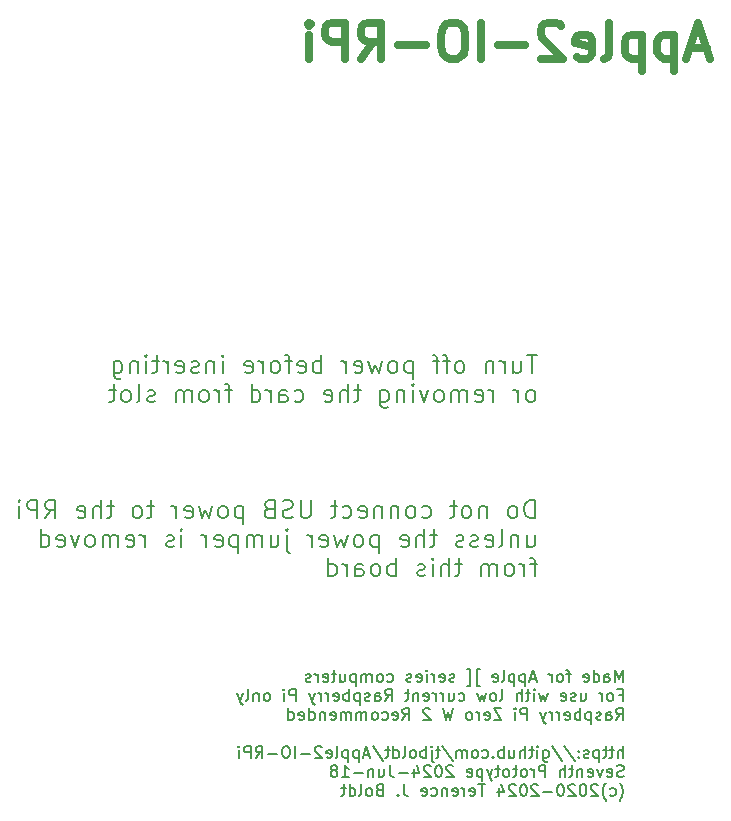
<source format=gbr>
G04 #@! TF.GenerationSoftware,KiCad,Pcbnew,8.0.3*
G04 #@! TF.CreationDate,2024-06-18T13:39:18-04:00*
G04 #@! TF.ProjectId,Apple2IORPi,4170706c-6532-4494-9f52-50692e6b6963,0.7*
G04 #@! TF.SameCoordinates,Original*
G04 #@! TF.FileFunction,Legend,Bot*
G04 #@! TF.FilePolarity,Positive*
%FSLAX46Y46*%
G04 Gerber Fmt 4.6, Leading zero omitted, Abs format (unit mm)*
G04 Created by KiCad (PCBNEW 8.0.3) date 2024-06-18 13:39:18*
%MOMM*%
%LPD*%
G01*
G04 APERTURE LIST*
%ADD10C,0.635000*%
%ADD11C,0.203200*%
%ADD12C,0.150000*%
G04 APERTURE END LIST*
D10*
X190594341Y-46607185D02*
X189142913Y-46607185D01*
X190884627Y-47478042D02*
X189868627Y-44430042D01*
X189868627Y-44430042D02*
X188852627Y-47478042D01*
X187836627Y-45446042D02*
X187836627Y-48494042D01*
X187836627Y-45591185D02*
X187546342Y-45446042D01*
X187546342Y-45446042D02*
X186965770Y-45446042D01*
X186965770Y-45446042D02*
X186675484Y-45591185D01*
X186675484Y-45591185D02*
X186530342Y-45736328D01*
X186530342Y-45736328D02*
X186385199Y-46026614D01*
X186385199Y-46026614D02*
X186385199Y-46897471D01*
X186385199Y-46897471D02*
X186530342Y-47187757D01*
X186530342Y-47187757D02*
X186675484Y-47332900D01*
X186675484Y-47332900D02*
X186965770Y-47478042D01*
X186965770Y-47478042D02*
X187546342Y-47478042D01*
X187546342Y-47478042D02*
X187836627Y-47332900D01*
X185078913Y-45446042D02*
X185078913Y-48494042D01*
X185078913Y-45591185D02*
X184788628Y-45446042D01*
X184788628Y-45446042D02*
X184208056Y-45446042D01*
X184208056Y-45446042D02*
X183917770Y-45591185D01*
X183917770Y-45591185D02*
X183772628Y-45736328D01*
X183772628Y-45736328D02*
X183627485Y-46026614D01*
X183627485Y-46026614D02*
X183627485Y-46897471D01*
X183627485Y-46897471D02*
X183772628Y-47187757D01*
X183772628Y-47187757D02*
X183917770Y-47332900D01*
X183917770Y-47332900D02*
X184208056Y-47478042D01*
X184208056Y-47478042D02*
X184788628Y-47478042D01*
X184788628Y-47478042D02*
X185078913Y-47332900D01*
X181885771Y-47478042D02*
X182176056Y-47332900D01*
X182176056Y-47332900D02*
X182321199Y-47042614D01*
X182321199Y-47042614D02*
X182321199Y-44430042D01*
X179563485Y-47332900D02*
X179853771Y-47478042D01*
X179853771Y-47478042D02*
X180434343Y-47478042D01*
X180434343Y-47478042D02*
X180724628Y-47332900D01*
X180724628Y-47332900D02*
X180869771Y-47042614D01*
X180869771Y-47042614D02*
X180869771Y-45881471D01*
X180869771Y-45881471D02*
X180724628Y-45591185D01*
X180724628Y-45591185D02*
X180434343Y-45446042D01*
X180434343Y-45446042D02*
X179853771Y-45446042D01*
X179853771Y-45446042D02*
X179563485Y-45591185D01*
X179563485Y-45591185D02*
X179418343Y-45881471D01*
X179418343Y-45881471D02*
X179418343Y-46171757D01*
X179418343Y-46171757D02*
X180869771Y-46462042D01*
X178257200Y-44720328D02*
X178112057Y-44575185D01*
X178112057Y-44575185D02*
X177821772Y-44430042D01*
X177821772Y-44430042D02*
X177096057Y-44430042D01*
X177096057Y-44430042D02*
X176805772Y-44575185D01*
X176805772Y-44575185D02*
X176660629Y-44720328D01*
X176660629Y-44720328D02*
X176515486Y-45010614D01*
X176515486Y-45010614D02*
X176515486Y-45300900D01*
X176515486Y-45300900D02*
X176660629Y-45736328D01*
X176660629Y-45736328D02*
X178402343Y-47478042D01*
X178402343Y-47478042D02*
X176515486Y-47478042D01*
X175209200Y-46316900D02*
X172886915Y-46316900D01*
X171435486Y-47478042D02*
X171435486Y-44430042D01*
X169403486Y-44430042D02*
X168822914Y-44430042D01*
X168822914Y-44430042D02*
X168532629Y-44575185D01*
X168532629Y-44575185D02*
X168242343Y-44865471D01*
X168242343Y-44865471D02*
X168097200Y-45446042D01*
X168097200Y-45446042D02*
X168097200Y-46462042D01*
X168097200Y-46462042D02*
X168242343Y-47042614D01*
X168242343Y-47042614D02*
X168532629Y-47332900D01*
X168532629Y-47332900D02*
X168822914Y-47478042D01*
X168822914Y-47478042D02*
X169403486Y-47478042D01*
X169403486Y-47478042D02*
X169693772Y-47332900D01*
X169693772Y-47332900D02*
X169984057Y-47042614D01*
X169984057Y-47042614D02*
X170129200Y-46462042D01*
X170129200Y-46462042D02*
X170129200Y-45446042D01*
X170129200Y-45446042D02*
X169984057Y-44865471D01*
X169984057Y-44865471D02*
X169693772Y-44575185D01*
X169693772Y-44575185D02*
X169403486Y-44430042D01*
X166790914Y-46316900D02*
X164468629Y-46316900D01*
X161275486Y-47478042D02*
X162291486Y-46026614D01*
X163017200Y-47478042D02*
X163017200Y-44430042D01*
X163017200Y-44430042D02*
X161856057Y-44430042D01*
X161856057Y-44430042D02*
X161565772Y-44575185D01*
X161565772Y-44575185D02*
X161420629Y-44720328D01*
X161420629Y-44720328D02*
X161275486Y-45010614D01*
X161275486Y-45010614D02*
X161275486Y-45446042D01*
X161275486Y-45446042D02*
X161420629Y-45736328D01*
X161420629Y-45736328D02*
X161565772Y-45881471D01*
X161565772Y-45881471D02*
X161856057Y-46026614D01*
X161856057Y-46026614D02*
X163017200Y-46026614D01*
X159969200Y-47478042D02*
X159969200Y-44430042D01*
X159969200Y-44430042D02*
X158808057Y-44430042D01*
X158808057Y-44430042D02*
X158517772Y-44575185D01*
X158517772Y-44575185D02*
X158372629Y-44720328D01*
X158372629Y-44720328D02*
X158227486Y-45010614D01*
X158227486Y-45010614D02*
X158227486Y-45446042D01*
X158227486Y-45446042D02*
X158372629Y-45736328D01*
X158372629Y-45736328D02*
X158517772Y-45881471D01*
X158517772Y-45881471D02*
X158808057Y-46026614D01*
X158808057Y-46026614D02*
X159969200Y-46026614D01*
X156921200Y-47478042D02*
X156921200Y-45446042D01*
X156921200Y-44430042D02*
X157066343Y-44575185D01*
X157066343Y-44575185D02*
X156921200Y-44720328D01*
X156921200Y-44720328D02*
X156776057Y-44575185D01*
X156776057Y-44575185D02*
X156921200Y-44430042D01*
X156921200Y-44430042D02*
X156921200Y-44720328D01*
D11*
X176221173Y-72583022D02*
X175350316Y-72583022D01*
X175785744Y-74107022D02*
X175785744Y-72583022D01*
X174189173Y-73091022D02*
X174189173Y-74107022D01*
X174842315Y-73091022D02*
X174842315Y-73889308D01*
X174842315Y-73889308D02*
X174769744Y-74034451D01*
X174769744Y-74034451D02*
X174624601Y-74107022D01*
X174624601Y-74107022D02*
X174406887Y-74107022D01*
X174406887Y-74107022D02*
X174261744Y-74034451D01*
X174261744Y-74034451D02*
X174189173Y-73961879D01*
X173463458Y-74107022D02*
X173463458Y-73091022D01*
X173463458Y-73381308D02*
X173390887Y-73236165D01*
X173390887Y-73236165D02*
X173318316Y-73163593D01*
X173318316Y-73163593D02*
X173173173Y-73091022D01*
X173173173Y-73091022D02*
X173028030Y-73091022D01*
X172520029Y-73091022D02*
X172520029Y-74107022D01*
X172520029Y-73236165D02*
X172447458Y-73163593D01*
X172447458Y-73163593D02*
X172302315Y-73091022D01*
X172302315Y-73091022D02*
X172084601Y-73091022D01*
X172084601Y-73091022D02*
X171939458Y-73163593D01*
X171939458Y-73163593D02*
X171866887Y-73308736D01*
X171866887Y-73308736D02*
X171866887Y-74107022D01*
X169762315Y-74107022D02*
X169907458Y-74034451D01*
X169907458Y-74034451D02*
X169980029Y-73961879D01*
X169980029Y-73961879D02*
X170052601Y-73816736D01*
X170052601Y-73816736D02*
X170052601Y-73381308D01*
X170052601Y-73381308D02*
X169980029Y-73236165D01*
X169980029Y-73236165D02*
X169907458Y-73163593D01*
X169907458Y-73163593D02*
X169762315Y-73091022D01*
X169762315Y-73091022D02*
X169544601Y-73091022D01*
X169544601Y-73091022D02*
X169399458Y-73163593D01*
X169399458Y-73163593D02*
X169326887Y-73236165D01*
X169326887Y-73236165D02*
X169254315Y-73381308D01*
X169254315Y-73381308D02*
X169254315Y-73816736D01*
X169254315Y-73816736D02*
X169326887Y-73961879D01*
X169326887Y-73961879D02*
X169399458Y-74034451D01*
X169399458Y-74034451D02*
X169544601Y-74107022D01*
X169544601Y-74107022D02*
X169762315Y-74107022D01*
X168818887Y-73091022D02*
X168238315Y-73091022D01*
X168601172Y-74107022D02*
X168601172Y-72800736D01*
X168601172Y-72800736D02*
X168528601Y-72655593D01*
X168528601Y-72655593D02*
X168383458Y-72583022D01*
X168383458Y-72583022D02*
X168238315Y-72583022D01*
X167948030Y-73091022D02*
X167367458Y-73091022D01*
X167730315Y-74107022D02*
X167730315Y-72800736D01*
X167730315Y-72800736D02*
X167657744Y-72655593D01*
X167657744Y-72655593D02*
X167512601Y-72583022D01*
X167512601Y-72583022D02*
X167367458Y-72583022D01*
X165698315Y-73091022D02*
X165698315Y-74615022D01*
X165698315Y-73163593D02*
X165553173Y-73091022D01*
X165553173Y-73091022D02*
X165262887Y-73091022D01*
X165262887Y-73091022D02*
X165117744Y-73163593D01*
X165117744Y-73163593D02*
X165045173Y-73236165D01*
X165045173Y-73236165D02*
X164972601Y-73381308D01*
X164972601Y-73381308D02*
X164972601Y-73816736D01*
X164972601Y-73816736D02*
X165045173Y-73961879D01*
X165045173Y-73961879D02*
X165117744Y-74034451D01*
X165117744Y-74034451D02*
X165262887Y-74107022D01*
X165262887Y-74107022D02*
X165553173Y-74107022D01*
X165553173Y-74107022D02*
X165698315Y-74034451D01*
X164101744Y-74107022D02*
X164246887Y-74034451D01*
X164246887Y-74034451D02*
X164319458Y-73961879D01*
X164319458Y-73961879D02*
X164392030Y-73816736D01*
X164392030Y-73816736D02*
X164392030Y-73381308D01*
X164392030Y-73381308D02*
X164319458Y-73236165D01*
X164319458Y-73236165D02*
X164246887Y-73163593D01*
X164246887Y-73163593D02*
X164101744Y-73091022D01*
X164101744Y-73091022D02*
X163884030Y-73091022D01*
X163884030Y-73091022D02*
X163738887Y-73163593D01*
X163738887Y-73163593D02*
X163666316Y-73236165D01*
X163666316Y-73236165D02*
X163593744Y-73381308D01*
X163593744Y-73381308D02*
X163593744Y-73816736D01*
X163593744Y-73816736D02*
X163666316Y-73961879D01*
X163666316Y-73961879D02*
X163738887Y-74034451D01*
X163738887Y-74034451D02*
X163884030Y-74107022D01*
X163884030Y-74107022D02*
X164101744Y-74107022D01*
X163085744Y-73091022D02*
X162795459Y-74107022D01*
X162795459Y-74107022D02*
X162505173Y-73381308D01*
X162505173Y-73381308D02*
X162214887Y-74107022D01*
X162214887Y-74107022D02*
X161924601Y-73091022D01*
X160763459Y-74034451D02*
X160908602Y-74107022D01*
X160908602Y-74107022D02*
X161198888Y-74107022D01*
X161198888Y-74107022D02*
X161344030Y-74034451D01*
X161344030Y-74034451D02*
X161416602Y-73889308D01*
X161416602Y-73889308D02*
X161416602Y-73308736D01*
X161416602Y-73308736D02*
X161344030Y-73163593D01*
X161344030Y-73163593D02*
X161198888Y-73091022D01*
X161198888Y-73091022D02*
X160908602Y-73091022D01*
X160908602Y-73091022D02*
X160763459Y-73163593D01*
X160763459Y-73163593D02*
X160690888Y-73308736D01*
X160690888Y-73308736D02*
X160690888Y-73453879D01*
X160690888Y-73453879D02*
X161416602Y-73599022D01*
X160037744Y-74107022D02*
X160037744Y-73091022D01*
X160037744Y-73381308D02*
X159965173Y-73236165D01*
X159965173Y-73236165D02*
X159892602Y-73163593D01*
X159892602Y-73163593D02*
X159747459Y-73091022D01*
X159747459Y-73091022D02*
X159602316Y-73091022D01*
X157933172Y-74107022D02*
X157933172Y-72583022D01*
X157933172Y-73163593D02*
X157788030Y-73091022D01*
X157788030Y-73091022D02*
X157497744Y-73091022D01*
X157497744Y-73091022D02*
X157352601Y-73163593D01*
X157352601Y-73163593D02*
X157280030Y-73236165D01*
X157280030Y-73236165D02*
X157207458Y-73381308D01*
X157207458Y-73381308D02*
X157207458Y-73816736D01*
X157207458Y-73816736D02*
X157280030Y-73961879D01*
X157280030Y-73961879D02*
X157352601Y-74034451D01*
X157352601Y-74034451D02*
X157497744Y-74107022D01*
X157497744Y-74107022D02*
X157788030Y-74107022D01*
X157788030Y-74107022D02*
X157933172Y-74034451D01*
X155973744Y-74034451D02*
X156118887Y-74107022D01*
X156118887Y-74107022D02*
X156409173Y-74107022D01*
X156409173Y-74107022D02*
X156554315Y-74034451D01*
X156554315Y-74034451D02*
X156626887Y-73889308D01*
X156626887Y-73889308D02*
X156626887Y-73308736D01*
X156626887Y-73308736D02*
X156554315Y-73163593D01*
X156554315Y-73163593D02*
X156409173Y-73091022D01*
X156409173Y-73091022D02*
X156118887Y-73091022D01*
X156118887Y-73091022D02*
X155973744Y-73163593D01*
X155973744Y-73163593D02*
X155901173Y-73308736D01*
X155901173Y-73308736D02*
X155901173Y-73453879D01*
X155901173Y-73453879D02*
X156626887Y-73599022D01*
X155465744Y-73091022D02*
X154885172Y-73091022D01*
X155248029Y-74107022D02*
X155248029Y-72800736D01*
X155248029Y-72800736D02*
X155175458Y-72655593D01*
X155175458Y-72655593D02*
X155030315Y-72583022D01*
X155030315Y-72583022D02*
X154885172Y-72583022D01*
X154159458Y-74107022D02*
X154304601Y-74034451D01*
X154304601Y-74034451D02*
X154377172Y-73961879D01*
X154377172Y-73961879D02*
X154449744Y-73816736D01*
X154449744Y-73816736D02*
X154449744Y-73381308D01*
X154449744Y-73381308D02*
X154377172Y-73236165D01*
X154377172Y-73236165D02*
X154304601Y-73163593D01*
X154304601Y-73163593D02*
X154159458Y-73091022D01*
X154159458Y-73091022D02*
X153941744Y-73091022D01*
X153941744Y-73091022D02*
X153796601Y-73163593D01*
X153796601Y-73163593D02*
X153724030Y-73236165D01*
X153724030Y-73236165D02*
X153651458Y-73381308D01*
X153651458Y-73381308D02*
X153651458Y-73816736D01*
X153651458Y-73816736D02*
X153724030Y-73961879D01*
X153724030Y-73961879D02*
X153796601Y-74034451D01*
X153796601Y-74034451D02*
X153941744Y-74107022D01*
X153941744Y-74107022D02*
X154159458Y-74107022D01*
X152998315Y-74107022D02*
X152998315Y-73091022D01*
X152998315Y-73381308D02*
X152925744Y-73236165D01*
X152925744Y-73236165D02*
X152853173Y-73163593D01*
X152853173Y-73163593D02*
X152708030Y-73091022D01*
X152708030Y-73091022D02*
X152562887Y-73091022D01*
X151474315Y-74034451D02*
X151619458Y-74107022D01*
X151619458Y-74107022D02*
X151909744Y-74107022D01*
X151909744Y-74107022D02*
X152054886Y-74034451D01*
X152054886Y-74034451D02*
X152127458Y-73889308D01*
X152127458Y-73889308D02*
X152127458Y-73308736D01*
X152127458Y-73308736D02*
X152054886Y-73163593D01*
X152054886Y-73163593D02*
X151909744Y-73091022D01*
X151909744Y-73091022D02*
X151619458Y-73091022D01*
X151619458Y-73091022D02*
X151474315Y-73163593D01*
X151474315Y-73163593D02*
X151401744Y-73308736D01*
X151401744Y-73308736D02*
X151401744Y-73453879D01*
X151401744Y-73453879D02*
X152127458Y-73599022D01*
X149587457Y-74107022D02*
X149587457Y-73091022D01*
X149587457Y-72583022D02*
X149660029Y-72655593D01*
X149660029Y-72655593D02*
X149587457Y-72728165D01*
X149587457Y-72728165D02*
X149514886Y-72655593D01*
X149514886Y-72655593D02*
X149587457Y-72583022D01*
X149587457Y-72583022D02*
X149587457Y-72728165D01*
X148861743Y-73091022D02*
X148861743Y-74107022D01*
X148861743Y-73236165D02*
X148789172Y-73163593D01*
X148789172Y-73163593D02*
X148644029Y-73091022D01*
X148644029Y-73091022D02*
X148426315Y-73091022D01*
X148426315Y-73091022D02*
X148281172Y-73163593D01*
X148281172Y-73163593D02*
X148208601Y-73308736D01*
X148208601Y-73308736D02*
X148208601Y-74107022D01*
X147555458Y-74034451D02*
X147410315Y-74107022D01*
X147410315Y-74107022D02*
X147120029Y-74107022D01*
X147120029Y-74107022D02*
X146974886Y-74034451D01*
X146974886Y-74034451D02*
X146902315Y-73889308D01*
X146902315Y-73889308D02*
X146902315Y-73816736D01*
X146902315Y-73816736D02*
X146974886Y-73671593D01*
X146974886Y-73671593D02*
X147120029Y-73599022D01*
X147120029Y-73599022D02*
X147337744Y-73599022D01*
X147337744Y-73599022D02*
X147482886Y-73526451D01*
X147482886Y-73526451D02*
X147555458Y-73381308D01*
X147555458Y-73381308D02*
X147555458Y-73308736D01*
X147555458Y-73308736D02*
X147482886Y-73163593D01*
X147482886Y-73163593D02*
X147337744Y-73091022D01*
X147337744Y-73091022D02*
X147120029Y-73091022D01*
X147120029Y-73091022D02*
X146974886Y-73163593D01*
X145668601Y-74034451D02*
X145813744Y-74107022D01*
X145813744Y-74107022D02*
X146104030Y-74107022D01*
X146104030Y-74107022D02*
X146249172Y-74034451D01*
X146249172Y-74034451D02*
X146321744Y-73889308D01*
X146321744Y-73889308D02*
X146321744Y-73308736D01*
X146321744Y-73308736D02*
X146249172Y-73163593D01*
X146249172Y-73163593D02*
X146104030Y-73091022D01*
X146104030Y-73091022D02*
X145813744Y-73091022D01*
X145813744Y-73091022D02*
X145668601Y-73163593D01*
X145668601Y-73163593D02*
X145596030Y-73308736D01*
X145596030Y-73308736D02*
X145596030Y-73453879D01*
X145596030Y-73453879D02*
X146321744Y-73599022D01*
X144942886Y-74107022D02*
X144942886Y-73091022D01*
X144942886Y-73381308D02*
X144870315Y-73236165D01*
X144870315Y-73236165D02*
X144797744Y-73163593D01*
X144797744Y-73163593D02*
X144652601Y-73091022D01*
X144652601Y-73091022D02*
X144507458Y-73091022D01*
X144217172Y-73091022D02*
X143636600Y-73091022D01*
X143999457Y-72583022D02*
X143999457Y-73889308D01*
X143999457Y-73889308D02*
X143926886Y-74034451D01*
X143926886Y-74034451D02*
X143781743Y-74107022D01*
X143781743Y-74107022D02*
X143636600Y-74107022D01*
X143128600Y-74107022D02*
X143128600Y-73091022D01*
X143128600Y-72583022D02*
X143201172Y-72655593D01*
X143201172Y-72655593D02*
X143128600Y-72728165D01*
X143128600Y-72728165D02*
X143056029Y-72655593D01*
X143056029Y-72655593D02*
X143128600Y-72583022D01*
X143128600Y-72583022D02*
X143128600Y-72728165D01*
X142402886Y-73091022D02*
X142402886Y-74107022D01*
X142402886Y-73236165D02*
X142330315Y-73163593D01*
X142330315Y-73163593D02*
X142185172Y-73091022D01*
X142185172Y-73091022D02*
X141967458Y-73091022D01*
X141967458Y-73091022D02*
X141822315Y-73163593D01*
X141822315Y-73163593D02*
X141749744Y-73308736D01*
X141749744Y-73308736D02*
X141749744Y-74107022D01*
X140370887Y-73091022D02*
X140370887Y-74324736D01*
X140370887Y-74324736D02*
X140443458Y-74469879D01*
X140443458Y-74469879D02*
X140516029Y-74542451D01*
X140516029Y-74542451D02*
X140661172Y-74615022D01*
X140661172Y-74615022D02*
X140878887Y-74615022D01*
X140878887Y-74615022D02*
X141024029Y-74542451D01*
X140370887Y-74034451D02*
X140516029Y-74107022D01*
X140516029Y-74107022D02*
X140806315Y-74107022D01*
X140806315Y-74107022D02*
X140951458Y-74034451D01*
X140951458Y-74034451D02*
X141024029Y-73961879D01*
X141024029Y-73961879D02*
X141096601Y-73816736D01*
X141096601Y-73816736D02*
X141096601Y-73381308D01*
X141096601Y-73381308D02*
X141024029Y-73236165D01*
X141024029Y-73236165D02*
X140951458Y-73163593D01*
X140951458Y-73163593D02*
X140806315Y-73091022D01*
X140806315Y-73091022D02*
X140516029Y-73091022D01*
X140516029Y-73091022D02*
X140370887Y-73163593D01*
X175785744Y-76560577D02*
X175930887Y-76488006D01*
X175930887Y-76488006D02*
X176003458Y-76415434D01*
X176003458Y-76415434D02*
X176076030Y-76270291D01*
X176076030Y-76270291D02*
X176076030Y-75834863D01*
X176076030Y-75834863D02*
X176003458Y-75689720D01*
X176003458Y-75689720D02*
X175930887Y-75617148D01*
X175930887Y-75617148D02*
X175785744Y-75544577D01*
X175785744Y-75544577D02*
X175568030Y-75544577D01*
X175568030Y-75544577D02*
X175422887Y-75617148D01*
X175422887Y-75617148D02*
X175350316Y-75689720D01*
X175350316Y-75689720D02*
X175277744Y-75834863D01*
X175277744Y-75834863D02*
X175277744Y-76270291D01*
X175277744Y-76270291D02*
X175350316Y-76415434D01*
X175350316Y-76415434D02*
X175422887Y-76488006D01*
X175422887Y-76488006D02*
X175568030Y-76560577D01*
X175568030Y-76560577D02*
X175785744Y-76560577D01*
X174624601Y-76560577D02*
X174624601Y-75544577D01*
X174624601Y-75834863D02*
X174552030Y-75689720D01*
X174552030Y-75689720D02*
X174479459Y-75617148D01*
X174479459Y-75617148D02*
X174334316Y-75544577D01*
X174334316Y-75544577D02*
X174189173Y-75544577D01*
X172520029Y-76560577D02*
X172520029Y-75544577D01*
X172520029Y-75834863D02*
X172447458Y-75689720D01*
X172447458Y-75689720D02*
X172374887Y-75617148D01*
X172374887Y-75617148D02*
X172229744Y-75544577D01*
X172229744Y-75544577D02*
X172084601Y-75544577D01*
X170996029Y-76488006D02*
X171141172Y-76560577D01*
X171141172Y-76560577D02*
X171431458Y-76560577D01*
X171431458Y-76560577D02*
X171576600Y-76488006D01*
X171576600Y-76488006D02*
X171649172Y-76342863D01*
X171649172Y-76342863D02*
X171649172Y-75762291D01*
X171649172Y-75762291D02*
X171576600Y-75617148D01*
X171576600Y-75617148D02*
X171431458Y-75544577D01*
X171431458Y-75544577D02*
X171141172Y-75544577D01*
X171141172Y-75544577D02*
X170996029Y-75617148D01*
X170996029Y-75617148D02*
X170923458Y-75762291D01*
X170923458Y-75762291D02*
X170923458Y-75907434D01*
X170923458Y-75907434D02*
X171649172Y-76052577D01*
X170270314Y-76560577D02*
X170270314Y-75544577D01*
X170270314Y-75689720D02*
X170197743Y-75617148D01*
X170197743Y-75617148D02*
X170052600Y-75544577D01*
X170052600Y-75544577D02*
X169834886Y-75544577D01*
X169834886Y-75544577D02*
X169689743Y-75617148D01*
X169689743Y-75617148D02*
X169617172Y-75762291D01*
X169617172Y-75762291D02*
X169617172Y-76560577D01*
X169617172Y-75762291D02*
X169544600Y-75617148D01*
X169544600Y-75617148D02*
X169399457Y-75544577D01*
X169399457Y-75544577D02*
X169181743Y-75544577D01*
X169181743Y-75544577D02*
X169036600Y-75617148D01*
X169036600Y-75617148D02*
X168964029Y-75762291D01*
X168964029Y-75762291D02*
X168964029Y-76560577D01*
X168020600Y-76560577D02*
X168165743Y-76488006D01*
X168165743Y-76488006D02*
X168238314Y-76415434D01*
X168238314Y-76415434D02*
X168310886Y-76270291D01*
X168310886Y-76270291D02*
X168310886Y-75834863D01*
X168310886Y-75834863D02*
X168238314Y-75689720D01*
X168238314Y-75689720D02*
X168165743Y-75617148D01*
X168165743Y-75617148D02*
X168020600Y-75544577D01*
X168020600Y-75544577D02*
X167802886Y-75544577D01*
X167802886Y-75544577D02*
X167657743Y-75617148D01*
X167657743Y-75617148D02*
X167585172Y-75689720D01*
X167585172Y-75689720D02*
X167512600Y-75834863D01*
X167512600Y-75834863D02*
X167512600Y-76270291D01*
X167512600Y-76270291D02*
X167585172Y-76415434D01*
X167585172Y-76415434D02*
X167657743Y-76488006D01*
X167657743Y-76488006D02*
X167802886Y-76560577D01*
X167802886Y-76560577D02*
X168020600Y-76560577D01*
X167004600Y-75544577D02*
X166641743Y-76560577D01*
X166641743Y-76560577D02*
X166278886Y-75544577D01*
X165698314Y-76560577D02*
X165698314Y-75544577D01*
X165698314Y-75036577D02*
X165770886Y-75109148D01*
X165770886Y-75109148D02*
X165698314Y-75181720D01*
X165698314Y-75181720D02*
X165625743Y-75109148D01*
X165625743Y-75109148D02*
X165698314Y-75036577D01*
X165698314Y-75036577D02*
X165698314Y-75181720D01*
X164972600Y-75544577D02*
X164972600Y-76560577D01*
X164972600Y-75689720D02*
X164900029Y-75617148D01*
X164900029Y-75617148D02*
X164754886Y-75544577D01*
X164754886Y-75544577D02*
X164537172Y-75544577D01*
X164537172Y-75544577D02*
X164392029Y-75617148D01*
X164392029Y-75617148D02*
X164319458Y-75762291D01*
X164319458Y-75762291D02*
X164319458Y-76560577D01*
X162940601Y-75544577D02*
X162940601Y-76778291D01*
X162940601Y-76778291D02*
X163013172Y-76923434D01*
X163013172Y-76923434D02*
X163085743Y-76996006D01*
X163085743Y-76996006D02*
X163230886Y-77068577D01*
X163230886Y-77068577D02*
X163448601Y-77068577D01*
X163448601Y-77068577D02*
X163593743Y-76996006D01*
X162940601Y-76488006D02*
X163085743Y-76560577D01*
X163085743Y-76560577D02*
X163376029Y-76560577D01*
X163376029Y-76560577D02*
X163521172Y-76488006D01*
X163521172Y-76488006D02*
X163593743Y-76415434D01*
X163593743Y-76415434D02*
X163666315Y-76270291D01*
X163666315Y-76270291D02*
X163666315Y-75834863D01*
X163666315Y-75834863D02*
X163593743Y-75689720D01*
X163593743Y-75689720D02*
X163521172Y-75617148D01*
X163521172Y-75617148D02*
X163376029Y-75544577D01*
X163376029Y-75544577D02*
X163085743Y-75544577D01*
X163085743Y-75544577D02*
X162940601Y-75617148D01*
X161271458Y-75544577D02*
X160690886Y-75544577D01*
X161053743Y-75036577D02*
X161053743Y-76342863D01*
X161053743Y-76342863D02*
X160981172Y-76488006D01*
X160981172Y-76488006D02*
X160836029Y-76560577D01*
X160836029Y-76560577D02*
X160690886Y-76560577D01*
X160182886Y-76560577D02*
X160182886Y-75036577D01*
X159529744Y-76560577D02*
X159529744Y-75762291D01*
X159529744Y-75762291D02*
X159602315Y-75617148D01*
X159602315Y-75617148D02*
X159747458Y-75544577D01*
X159747458Y-75544577D02*
X159965172Y-75544577D01*
X159965172Y-75544577D02*
X160110315Y-75617148D01*
X160110315Y-75617148D02*
X160182886Y-75689720D01*
X158223458Y-76488006D02*
X158368601Y-76560577D01*
X158368601Y-76560577D02*
X158658887Y-76560577D01*
X158658887Y-76560577D02*
X158804029Y-76488006D01*
X158804029Y-76488006D02*
X158876601Y-76342863D01*
X158876601Y-76342863D02*
X158876601Y-75762291D01*
X158876601Y-75762291D02*
X158804029Y-75617148D01*
X158804029Y-75617148D02*
X158658887Y-75544577D01*
X158658887Y-75544577D02*
X158368601Y-75544577D01*
X158368601Y-75544577D02*
X158223458Y-75617148D01*
X158223458Y-75617148D02*
X158150887Y-75762291D01*
X158150887Y-75762291D02*
X158150887Y-75907434D01*
X158150887Y-75907434D02*
X158876601Y-76052577D01*
X155683458Y-76488006D02*
X155828600Y-76560577D01*
X155828600Y-76560577D02*
X156118886Y-76560577D01*
X156118886Y-76560577D02*
X156264029Y-76488006D01*
X156264029Y-76488006D02*
X156336600Y-76415434D01*
X156336600Y-76415434D02*
X156409172Y-76270291D01*
X156409172Y-76270291D02*
X156409172Y-75834863D01*
X156409172Y-75834863D02*
X156336600Y-75689720D01*
X156336600Y-75689720D02*
X156264029Y-75617148D01*
X156264029Y-75617148D02*
X156118886Y-75544577D01*
X156118886Y-75544577D02*
X155828600Y-75544577D01*
X155828600Y-75544577D02*
X155683458Y-75617148D01*
X154377172Y-76560577D02*
X154377172Y-75762291D01*
X154377172Y-75762291D02*
X154449743Y-75617148D01*
X154449743Y-75617148D02*
X154594886Y-75544577D01*
X154594886Y-75544577D02*
X154885172Y-75544577D01*
X154885172Y-75544577D02*
X155030314Y-75617148D01*
X154377172Y-76488006D02*
X154522314Y-76560577D01*
X154522314Y-76560577D02*
X154885172Y-76560577D01*
X154885172Y-76560577D02*
X155030314Y-76488006D01*
X155030314Y-76488006D02*
X155102886Y-76342863D01*
X155102886Y-76342863D02*
X155102886Y-76197720D01*
X155102886Y-76197720D02*
X155030314Y-76052577D01*
X155030314Y-76052577D02*
X154885172Y-75980006D01*
X154885172Y-75980006D02*
X154522314Y-75980006D01*
X154522314Y-75980006D02*
X154377172Y-75907434D01*
X153651457Y-76560577D02*
X153651457Y-75544577D01*
X153651457Y-75834863D02*
X153578886Y-75689720D01*
X153578886Y-75689720D02*
X153506315Y-75617148D01*
X153506315Y-75617148D02*
X153361172Y-75544577D01*
X153361172Y-75544577D02*
X153216029Y-75544577D01*
X152054886Y-76560577D02*
X152054886Y-75036577D01*
X152054886Y-76488006D02*
X152200028Y-76560577D01*
X152200028Y-76560577D02*
X152490314Y-76560577D01*
X152490314Y-76560577D02*
X152635457Y-76488006D01*
X152635457Y-76488006D02*
X152708028Y-76415434D01*
X152708028Y-76415434D02*
X152780600Y-76270291D01*
X152780600Y-76270291D02*
X152780600Y-75834863D01*
X152780600Y-75834863D02*
X152708028Y-75689720D01*
X152708028Y-75689720D02*
X152635457Y-75617148D01*
X152635457Y-75617148D02*
X152490314Y-75544577D01*
X152490314Y-75544577D02*
X152200028Y-75544577D01*
X152200028Y-75544577D02*
X152054886Y-75617148D01*
X150385743Y-75544577D02*
X149805171Y-75544577D01*
X150168028Y-76560577D02*
X150168028Y-75254291D01*
X150168028Y-75254291D02*
X150095457Y-75109148D01*
X150095457Y-75109148D02*
X149950314Y-75036577D01*
X149950314Y-75036577D02*
X149805171Y-75036577D01*
X149297171Y-76560577D02*
X149297171Y-75544577D01*
X149297171Y-75834863D02*
X149224600Y-75689720D01*
X149224600Y-75689720D02*
X149152029Y-75617148D01*
X149152029Y-75617148D02*
X149006886Y-75544577D01*
X149006886Y-75544577D02*
X148861743Y-75544577D01*
X148136028Y-76560577D02*
X148281171Y-76488006D01*
X148281171Y-76488006D02*
X148353742Y-76415434D01*
X148353742Y-76415434D02*
X148426314Y-76270291D01*
X148426314Y-76270291D02*
X148426314Y-75834863D01*
X148426314Y-75834863D02*
X148353742Y-75689720D01*
X148353742Y-75689720D02*
X148281171Y-75617148D01*
X148281171Y-75617148D02*
X148136028Y-75544577D01*
X148136028Y-75544577D02*
X147918314Y-75544577D01*
X147918314Y-75544577D02*
X147773171Y-75617148D01*
X147773171Y-75617148D02*
X147700600Y-75689720D01*
X147700600Y-75689720D02*
X147628028Y-75834863D01*
X147628028Y-75834863D02*
X147628028Y-76270291D01*
X147628028Y-76270291D02*
X147700600Y-76415434D01*
X147700600Y-76415434D02*
X147773171Y-76488006D01*
X147773171Y-76488006D02*
X147918314Y-76560577D01*
X147918314Y-76560577D02*
X148136028Y-76560577D01*
X146974885Y-76560577D02*
X146974885Y-75544577D01*
X146974885Y-75689720D02*
X146902314Y-75617148D01*
X146902314Y-75617148D02*
X146757171Y-75544577D01*
X146757171Y-75544577D02*
X146539457Y-75544577D01*
X146539457Y-75544577D02*
X146394314Y-75617148D01*
X146394314Y-75617148D02*
X146321743Y-75762291D01*
X146321743Y-75762291D02*
X146321743Y-76560577D01*
X146321743Y-75762291D02*
X146249171Y-75617148D01*
X146249171Y-75617148D02*
X146104028Y-75544577D01*
X146104028Y-75544577D02*
X145886314Y-75544577D01*
X145886314Y-75544577D02*
X145741171Y-75617148D01*
X145741171Y-75617148D02*
X145668600Y-75762291D01*
X145668600Y-75762291D02*
X145668600Y-76560577D01*
X143854314Y-76488006D02*
X143709171Y-76560577D01*
X143709171Y-76560577D02*
X143418885Y-76560577D01*
X143418885Y-76560577D02*
X143273742Y-76488006D01*
X143273742Y-76488006D02*
X143201171Y-76342863D01*
X143201171Y-76342863D02*
X143201171Y-76270291D01*
X143201171Y-76270291D02*
X143273742Y-76125148D01*
X143273742Y-76125148D02*
X143418885Y-76052577D01*
X143418885Y-76052577D02*
X143636600Y-76052577D01*
X143636600Y-76052577D02*
X143781742Y-75980006D01*
X143781742Y-75980006D02*
X143854314Y-75834863D01*
X143854314Y-75834863D02*
X143854314Y-75762291D01*
X143854314Y-75762291D02*
X143781742Y-75617148D01*
X143781742Y-75617148D02*
X143636600Y-75544577D01*
X143636600Y-75544577D02*
X143418885Y-75544577D01*
X143418885Y-75544577D02*
X143273742Y-75617148D01*
X142330314Y-76560577D02*
X142475457Y-76488006D01*
X142475457Y-76488006D02*
X142548028Y-76342863D01*
X142548028Y-76342863D02*
X142548028Y-75036577D01*
X141532028Y-76560577D02*
X141677171Y-76488006D01*
X141677171Y-76488006D02*
X141749742Y-76415434D01*
X141749742Y-76415434D02*
X141822314Y-76270291D01*
X141822314Y-76270291D02*
X141822314Y-75834863D01*
X141822314Y-75834863D02*
X141749742Y-75689720D01*
X141749742Y-75689720D02*
X141677171Y-75617148D01*
X141677171Y-75617148D02*
X141532028Y-75544577D01*
X141532028Y-75544577D02*
X141314314Y-75544577D01*
X141314314Y-75544577D02*
X141169171Y-75617148D01*
X141169171Y-75617148D02*
X141096600Y-75689720D01*
X141096600Y-75689720D02*
X141024028Y-75834863D01*
X141024028Y-75834863D02*
X141024028Y-76270291D01*
X141024028Y-76270291D02*
X141096600Y-76415434D01*
X141096600Y-76415434D02*
X141169171Y-76488006D01*
X141169171Y-76488006D02*
X141314314Y-76560577D01*
X141314314Y-76560577D02*
X141532028Y-76560577D01*
X140588600Y-75544577D02*
X140008028Y-75544577D01*
X140370885Y-75036577D02*
X140370885Y-76342863D01*
X140370885Y-76342863D02*
X140298314Y-76488006D01*
X140298314Y-76488006D02*
X140153171Y-76560577D01*
X140153171Y-76560577D02*
X140008028Y-76560577D01*
X176003458Y-86374797D02*
X176003458Y-84850797D01*
X176003458Y-84850797D02*
X175640601Y-84850797D01*
X175640601Y-84850797D02*
X175422887Y-84923368D01*
X175422887Y-84923368D02*
X175277744Y-85068511D01*
X175277744Y-85068511D02*
X175205173Y-85213654D01*
X175205173Y-85213654D02*
X175132601Y-85503940D01*
X175132601Y-85503940D02*
X175132601Y-85721654D01*
X175132601Y-85721654D02*
X175205173Y-86011940D01*
X175205173Y-86011940D02*
X175277744Y-86157083D01*
X175277744Y-86157083D02*
X175422887Y-86302226D01*
X175422887Y-86302226D02*
X175640601Y-86374797D01*
X175640601Y-86374797D02*
X176003458Y-86374797D01*
X174261744Y-86374797D02*
X174406887Y-86302226D01*
X174406887Y-86302226D02*
X174479458Y-86229654D01*
X174479458Y-86229654D02*
X174552030Y-86084511D01*
X174552030Y-86084511D02*
X174552030Y-85649083D01*
X174552030Y-85649083D02*
X174479458Y-85503940D01*
X174479458Y-85503940D02*
X174406887Y-85431368D01*
X174406887Y-85431368D02*
X174261744Y-85358797D01*
X174261744Y-85358797D02*
X174044030Y-85358797D01*
X174044030Y-85358797D02*
X173898887Y-85431368D01*
X173898887Y-85431368D02*
X173826316Y-85503940D01*
X173826316Y-85503940D02*
X173753744Y-85649083D01*
X173753744Y-85649083D02*
X173753744Y-86084511D01*
X173753744Y-86084511D02*
X173826316Y-86229654D01*
X173826316Y-86229654D02*
X173898887Y-86302226D01*
X173898887Y-86302226D02*
X174044030Y-86374797D01*
X174044030Y-86374797D02*
X174261744Y-86374797D01*
X171939458Y-85358797D02*
X171939458Y-86374797D01*
X171939458Y-85503940D02*
X171866887Y-85431368D01*
X171866887Y-85431368D02*
X171721744Y-85358797D01*
X171721744Y-85358797D02*
X171504030Y-85358797D01*
X171504030Y-85358797D02*
X171358887Y-85431368D01*
X171358887Y-85431368D02*
X171286316Y-85576511D01*
X171286316Y-85576511D02*
X171286316Y-86374797D01*
X170342887Y-86374797D02*
X170488030Y-86302226D01*
X170488030Y-86302226D02*
X170560601Y-86229654D01*
X170560601Y-86229654D02*
X170633173Y-86084511D01*
X170633173Y-86084511D02*
X170633173Y-85649083D01*
X170633173Y-85649083D02*
X170560601Y-85503940D01*
X170560601Y-85503940D02*
X170488030Y-85431368D01*
X170488030Y-85431368D02*
X170342887Y-85358797D01*
X170342887Y-85358797D02*
X170125173Y-85358797D01*
X170125173Y-85358797D02*
X169980030Y-85431368D01*
X169980030Y-85431368D02*
X169907459Y-85503940D01*
X169907459Y-85503940D02*
X169834887Y-85649083D01*
X169834887Y-85649083D02*
X169834887Y-86084511D01*
X169834887Y-86084511D02*
X169907459Y-86229654D01*
X169907459Y-86229654D02*
X169980030Y-86302226D01*
X169980030Y-86302226D02*
X170125173Y-86374797D01*
X170125173Y-86374797D02*
X170342887Y-86374797D01*
X169399459Y-85358797D02*
X168818887Y-85358797D01*
X169181744Y-84850797D02*
X169181744Y-86157083D01*
X169181744Y-86157083D02*
X169109173Y-86302226D01*
X169109173Y-86302226D02*
X168964030Y-86374797D01*
X168964030Y-86374797D02*
X168818887Y-86374797D01*
X166496602Y-86302226D02*
X166641744Y-86374797D01*
X166641744Y-86374797D02*
X166932030Y-86374797D01*
X166932030Y-86374797D02*
X167077173Y-86302226D01*
X167077173Y-86302226D02*
X167149744Y-86229654D01*
X167149744Y-86229654D02*
X167222316Y-86084511D01*
X167222316Y-86084511D02*
X167222316Y-85649083D01*
X167222316Y-85649083D02*
X167149744Y-85503940D01*
X167149744Y-85503940D02*
X167077173Y-85431368D01*
X167077173Y-85431368D02*
X166932030Y-85358797D01*
X166932030Y-85358797D02*
X166641744Y-85358797D01*
X166641744Y-85358797D02*
X166496602Y-85431368D01*
X165625744Y-86374797D02*
X165770887Y-86302226D01*
X165770887Y-86302226D02*
X165843458Y-86229654D01*
X165843458Y-86229654D02*
X165916030Y-86084511D01*
X165916030Y-86084511D02*
X165916030Y-85649083D01*
X165916030Y-85649083D02*
X165843458Y-85503940D01*
X165843458Y-85503940D02*
X165770887Y-85431368D01*
X165770887Y-85431368D02*
X165625744Y-85358797D01*
X165625744Y-85358797D02*
X165408030Y-85358797D01*
X165408030Y-85358797D02*
X165262887Y-85431368D01*
X165262887Y-85431368D02*
X165190316Y-85503940D01*
X165190316Y-85503940D02*
X165117744Y-85649083D01*
X165117744Y-85649083D02*
X165117744Y-86084511D01*
X165117744Y-86084511D02*
X165190316Y-86229654D01*
X165190316Y-86229654D02*
X165262887Y-86302226D01*
X165262887Y-86302226D02*
X165408030Y-86374797D01*
X165408030Y-86374797D02*
X165625744Y-86374797D01*
X164464601Y-85358797D02*
X164464601Y-86374797D01*
X164464601Y-85503940D02*
X164392030Y-85431368D01*
X164392030Y-85431368D02*
X164246887Y-85358797D01*
X164246887Y-85358797D02*
X164029173Y-85358797D01*
X164029173Y-85358797D02*
X163884030Y-85431368D01*
X163884030Y-85431368D02*
X163811459Y-85576511D01*
X163811459Y-85576511D02*
X163811459Y-86374797D01*
X163085744Y-85358797D02*
X163085744Y-86374797D01*
X163085744Y-85503940D02*
X163013173Y-85431368D01*
X163013173Y-85431368D02*
X162868030Y-85358797D01*
X162868030Y-85358797D02*
X162650316Y-85358797D01*
X162650316Y-85358797D02*
X162505173Y-85431368D01*
X162505173Y-85431368D02*
X162432602Y-85576511D01*
X162432602Y-85576511D02*
X162432602Y-86374797D01*
X161126316Y-86302226D02*
X161271459Y-86374797D01*
X161271459Y-86374797D02*
X161561745Y-86374797D01*
X161561745Y-86374797D02*
X161706887Y-86302226D01*
X161706887Y-86302226D02*
X161779459Y-86157083D01*
X161779459Y-86157083D02*
X161779459Y-85576511D01*
X161779459Y-85576511D02*
X161706887Y-85431368D01*
X161706887Y-85431368D02*
X161561745Y-85358797D01*
X161561745Y-85358797D02*
X161271459Y-85358797D01*
X161271459Y-85358797D02*
X161126316Y-85431368D01*
X161126316Y-85431368D02*
X161053745Y-85576511D01*
X161053745Y-85576511D02*
X161053745Y-85721654D01*
X161053745Y-85721654D02*
X161779459Y-85866797D01*
X159747459Y-86302226D02*
X159892601Y-86374797D01*
X159892601Y-86374797D02*
X160182887Y-86374797D01*
X160182887Y-86374797D02*
X160328030Y-86302226D01*
X160328030Y-86302226D02*
X160400601Y-86229654D01*
X160400601Y-86229654D02*
X160473173Y-86084511D01*
X160473173Y-86084511D02*
X160473173Y-85649083D01*
X160473173Y-85649083D02*
X160400601Y-85503940D01*
X160400601Y-85503940D02*
X160328030Y-85431368D01*
X160328030Y-85431368D02*
X160182887Y-85358797D01*
X160182887Y-85358797D02*
X159892601Y-85358797D01*
X159892601Y-85358797D02*
X159747459Y-85431368D01*
X159312030Y-85358797D02*
X158731458Y-85358797D01*
X159094315Y-84850797D02*
X159094315Y-86157083D01*
X159094315Y-86157083D02*
X159021744Y-86302226D01*
X159021744Y-86302226D02*
X158876601Y-86374797D01*
X158876601Y-86374797D02*
X158731458Y-86374797D01*
X157062315Y-84850797D02*
X157062315Y-86084511D01*
X157062315Y-86084511D02*
X156989744Y-86229654D01*
X156989744Y-86229654D02*
X156917173Y-86302226D01*
X156917173Y-86302226D02*
X156772030Y-86374797D01*
X156772030Y-86374797D02*
X156481744Y-86374797D01*
X156481744Y-86374797D02*
X156336601Y-86302226D01*
X156336601Y-86302226D02*
X156264030Y-86229654D01*
X156264030Y-86229654D02*
X156191458Y-86084511D01*
X156191458Y-86084511D02*
X156191458Y-84850797D01*
X155538316Y-86302226D02*
X155320602Y-86374797D01*
X155320602Y-86374797D02*
X154957744Y-86374797D01*
X154957744Y-86374797D02*
X154812602Y-86302226D01*
X154812602Y-86302226D02*
X154740030Y-86229654D01*
X154740030Y-86229654D02*
X154667459Y-86084511D01*
X154667459Y-86084511D02*
X154667459Y-85939368D01*
X154667459Y-85939368D02*
X154740030Y-85794226D01*
X154740030Y-85794226D02*
X154812602Y-85721654D01*
X154812602Y-85721654D02*
X154957744Y-85649083D01*
X154957744Y-85649083D02*
X155248030Y-85576511D01*
X155248030Y-85576511D02*
X155393173Y-85503940D01*
X155393173Y-85503940D02*
X155465744Y-85431368D01*
X155465744Y-85431368D02*
X155538316Y-85286226D01*
X155538316Y-85286226D02*
X155538316Y-85141083D01*
X155538316Y-85141083D02*
X155465744Y-84995940D01*
X155465744Y-84995940D02*
X155393173Y-84923368D01*
X155393173Y-84923368D02*
X155248030Y-84850797D01*
X155248030Y-84850797D02*
X154885173Y-84850797D01*
X154885173Y-84850797D02*
X154667459Y-84923368D01*
X153506315Y-85576511D02*
X153288601Y-85649083D01*
X153288601Y-85649083D02*
X153216030Y-85721654D01*
X153216030Y-85721654D02*
X153143458Y-85866797D01*
X153143458Y-85866797D02*
X153143458Y-86084511D01*
X153143458Y-86084511D02*
X153216030Y-86229654D01*
X153216030Y-86229654D02*
X153288601Y-86302226D01*
X153288601Y-86302226D02*
X153433744Y-86374797D01*
X153433744Y-86374797D02*
X154014315Y-86374797D01*
X154014315Y-86374797D02*
X154014315Y-84850797D01*
X154014315Y-84850797D02*
X153506315Y-84850797D01*
X153506315Y-84850797D02*
X153361173Y-84923368D01*
X153361173Y-84923368D02*
X153288601Y-84995940D01*
X153288601Y-84995940D02*
X153216030Y-85141083D01*
X153216030Y-85141083D02*
X153216030Y-85286226D01*
X153216030Y-85286226D02*
X153288601Y-85431368D01*
X153288601Y-85431368D02*
X153361173Y-85503940D01*
X153361173Y-85503940D02*
X153506315Y-85576511D01*
X153506315Y-85576511D02*
X154014315Y-85576511D01*
X151329172Y-85358797D02*
X151329172Y-86882797D01*
X151329172Y-85431368D02*
X151184030Y-85358797D01*
X151184030Y-85358797D02*
X150893744Y-85358797D01*
X150893744Y-85358797D02*
X150748601Y-85431368D01*
X150748601Y-85431368D02*
X150676030Y-85503940D01*
X150676030Y-85503940D02*
X150603458Y-85649083D01*
X150603458Y-85649083D02*
X150603458Y-86084511D01*
X150603458Y-86084511D02*
X150676030Y-86229654D01*
X150676030Y-86229654D02*
X150748601Y-86302226D01*
X150748601Y-86302226D02*
X150893744Y-86374797D01*
X150893744Y-86374797D02*
X151184030Y-86374797D01*
X151184030Y-86374797D02*
X151329172Y-86302226D01*
X149732601Y-86374797D02*
X149877744Y-86302226D01*
X149877744Y-86302226D02*
X149950315Y-86229654D01*
X149950315Y-86229654D02*
X150022887Y-86084511D01*
X150022887Y-86084511D02*
X150022887Y-85649083D01*
X150022887Y-85649083D02*
X149950315Y-85503940D01*
X149950315Y-85503940D02*
X149877744Y-85431368D01*
X149877744Y-85431368D02*
X149732601Y-85358797D01*
X149732601Y-85358797D02*
X149514887Y-85358797D01*
X149514887Y-85358797D02*
X149369744Y-85431368D01*
X149369744Y-85431368D02*
X149297173Y-85503940D01*
X149297173Y-85503940D02*
X149224601Y-85649083D01*
X149224601Y-85649083D02*
X149224601Y-86084511D01*
X149224601Y-86084511D02*
X149297173Y-86229654D01*
X149297173Y-86229654D02*
X149369744Y-86302226D01*
X149369744Y-86302226D02*
X149514887Y-86374797D01*
X149514887Y-86374797D02*
X149732601Y-86374797D01*
X148716601Y-85358797D02*
X148426316Y-86374797D01*
X148426316Y-86374797D02*
X148136030Y-85649083D01*
X148136030Y-85649083D02*
X147845744Y-86374797D01*
X147845744Y-86374797D02*
X147555458Y-85358797D01*
X146394316Y-86302226D02*
X146539459Y-86374797D01*
X146539459Y-86374797D02*
X146829745Y-86374797D01*
X146829745Y-86374797D02*
X146974887Y-86302226D01*
X146974887Y-86302226D02*
X147047459Y-86157083D01*
X147047459Y-86157083D02*
X147047459Y-85576511D01*
X147047459Y-85576511D02*
X146974887Y-85431368D01*
X146974887Y-85431368D02*
X146829745Y-85358797D01*
X146829745Y-85358797D02*
X146539459Y-85358797D01*
X146539459Y-85358797D02*
X146394316Y-85431368D01*
X146394316Y-85431368D02*
X146321745Y-85576511D01*
X146321745Y-85576511D02*
X146321745Y-85721654D01*
X146321745Y-85721654D02*
X147047459Y-85866797D01*
X145668601Y-86374797D02*
X145668601Y-85358797D01*
X145668601Y-85649083D02*
X145596030Y-85503940D01*
X145596030Y-85503940D02*
X145523459Y-85431368D01*
X145523459Y-85431368D02*
X145378316Y-85358797D01*
X145378316Y-85358797D02*
X145233173Y-85358797D01*
X143781744Y-85358797D02*
X143201172Y-85358797D01*
X143564029Y-84850797D02*
X143564029Y-86157083D01*
X143564029Y-86157083D02*
X143491458Y-86302226D01*
X143491458Y-86302226D02*
X143346315Y-86374797D01*
X143346315Y-86374797D02*
X143201172Y-86374797D01*
X142475458Y-86374797D02*
X142620601Y-86302226D01*
X142620601Y-86302226D02*
X142693172Y-86229654D01*
X142693172Y-86229654D02*
X142765744Y-86084511D01*
X142765744Y-86084511D02*
X142765744Y-85649083D01*
X142765744Y-85649083D02*
X142693172Y-85503940D01*
X142693172Y-85503940D02*
X142620601Y-85431368D01*
X142620601Y-85431368D02*
X142475458Y-85358797D01*
X142475458Y-85358797D02*
X142257744Y-85358797D01*
X142257744Y-85358797D02*
X142112601Y-85431368D01*
X142112601Y-85431368D02*
X142040030Y-85503940D01*
X142040030Y-85503940D02*
X141967458Y-85649083D01*
X141967458Y-85649083D02*
X141967458Y-86084511D01*
X141967458Y-86084511D02*
X142040030Y-86229654D01*
X142040030Y-86229654D02*
X142112601Y-86302226D01*
X142112601Y-86302226D02*
X142257744Y-86374797D01*
X142257744Y-86374797D02*
X142475458Y-86374797D01*
X140370887Y-85358797D02*
X139790315Y-85358797D01*
X140153172Y-84850797D02*
X140153172Y-86157083D01*
X140153172Y-86157083D02*
X140080601Y-86302226D01*
X140080601Y-86302226D02*
X139935458Y-86374797D01*
X139935458Y-86374797D02*
X139790315Y-86374797D01*
X139282315Y-86374797D02*
X139282315Y-84850797D01*
X138629173Y-86374797D02*
X138629173Y-85576511D01*
X138629173Y-85576511D02*
X138701744Y-85431368D01*
X138701744Y-85431368D02*
X138846887Y-85358797D01*
X138846887Y-85358797D02*
X139064601Y-85358797D01*
X139064601Y-85358797D02*
X139209744Y-85431368D01*
X139209744Y-85431368D02*
X139282315Y-85503940D01*
X137322887Y-86302226D02*
X137468030Y-86374797D01*
X137468030Y-86374797D02*
X137758316Y-86374797D01*
X137758316Y-86374797D02*
X137903458Y-86302226D01*
X137903458Y-86302226D02*
X137976030Y-86157083D01*
X137976030Y-86157083D02*
X137976030Y-85576511D01*
X137976030Y-85576511D02*
X137903458Y-85431368D01*
X137903458Y-85431368D02*
X137758316Y-85358797D01*
X137758316Y-85358797D02*
X137468030Y-85358797D01*
X137468030Y-85358797D02*
X137322887Y-85431368D01*
X137322887Y-85431368D02*
X137250316Y-85576511D01*
X137250316Y-85576511D02*
X137250316Y-85721654D01*
X137250316Y-85721654D02*
X137976030Y-85866797D01*
X134565172Y-86374797D02*
X135073172Y-85649083D01*
X135436029Y-86374797D02*
X135436029Y-84850797D01*
X135436029Y-84850797D02*
X134855458Y-84850797D01*
X134855458Y-84850797D02*
X134710315Y-84923368D01*
X134710315Y-84923368D02*
X134637744Y-84995940D01*
X134637744Y-84995940D02*
X134565172Y-85141083D01*
X134565172Y-85141083D02*
X134565172Y-85358797D01*
X134565172Y-85358797D02*
X134637744Y-85503940D01*
X134637744Y-85503940D02*
X134710315Y-85576511D01*
X134710315Y-85576511D02*
X134855458Y-85649083D01*
X134855458Y-85649083D02*
X135436029Y-85649083D01*
X133912029Y-86374797D02*
X133912029Y-84850797D01*
X133912029Y-84850797D02*
X133331458Y-84850797D01*
X133331458Y-84850797D02*
X133186315Y-84923368D01*
X133186315Y-84923368D02*
X133113744Y-84995940D01*
X133113744Y-84995940D02*
X133041172Y-85141083D01*
X133041172Y-85141083D02*
X133041172Y-85358797D01*
X133041172Y-85358797D02*
X133113744Y-85503940D01*
X133113744Y-85503940D02*
X133186315Y-85576511D01*
X133186315Y-85576511D02*
X133331458Y-85649083D01*
X133331458Y-85649083D02*
X133912029Y-85649083D01*
X132388029Y-86374797D02*
X132388029Y-85358797D01*
X132388029Y-84850797D02*
X132460601Y-84923368D01*
X132460601Y-84923368D02*
X132388029Y-84995940D01*
X132388029Y-84995940D02*
X132315458Y-84923368D01*
X132315458Y-84923368D02*
X132388029Y-84850797D01*
X132388029Y-84850797D02*
X132388029Y-84995940D01*
X175350316Y-87812352D02*
X175350316Y-88828352D01*
X176003458Y-87812352D02*
X176003458Y-88610638D01*
X176003458Y-88610638D02*
X175930887Y-88755781D01*
X175930887Y-88755781D02*
X175785744Y-88828352D01*
X175785744Y-88828352D02*
X175568030Y-88828352D01*
X175568030Y-88828352D02*
X175422887Y-88755781D01*
X175422887Y-88755781D02*
X175350316Y-88683209D01*
X174624601Y-87812352D02*
X174624601Y-88828352D01*
X174624601Y-87957495D02*
X174552030Y-87884923D01*
X174552030Y-87884923D02*
X174406887Y-87812352D01*
X174406887Y-87812352D02*
X174189173Y-87812352D01*
X174189173Y-87812352D02*
X174044030Y-87884923D01*
X174044030Y-87884923D02*
X173971459Y-88030066D01*
X173971459Y-88030066D02*
X173971459Y-88828352D01*
X173028030Y-88828352D02*
X173173173Y-88755781D01*
X173173173Y-88755781D02*
X173245744Y-88610638D01*
X173245744Y-88610638D02*
X173245744Y-87304352D01*
X171866887Y-88755781D02*
X172012030Y-88828352D01*
X172012030Y-88828352D02*
X172302316Y-88828352D01*
X172302316Y-88828352D02*
X172447458Y-88755781D01*
X172447458Y-88755781D02*
X172520030Y-88610638D01*
X172520030Y-88610638D02*
X172520030Y-88030066D01*
X172520030Y-88030066D02*
X172447458Y-87884923D01*
X172447458Y-87884923D02*
X172302316Y-87812352D01*
X172302316Y-87812352D02*
X172012030Y-87812352D01*
X172012030Y-87812352D02*
X171866887Y-87884923D01*
X171866887Y-87884923D02*
X171794316Y-88030066D01*
X171794316Y-88030066D02*
X171794316Y-88175209D01*
X171794316Y-88175209D02*
X172520030Y-88320352D01*
X171213744Y-88755781D02*
X171068601Y-88828352D01*
X171068601Y-88828352D02*
X170778315Y-88828352D01*
X170778315Y-88828352D02*
X170633172Y-88755781D01*
X170633172Y-88755781D02*
X170560601Y-88610638D01*
X170560601Y-88610638D02*
X170560601Y-88538066D01*
X170560601Y-88538066D02*
X170633172Y-88392923D01*
X170633172Y-88392923D02*
X170778315Y-88320352D01*
X170778315Y-88320352D02*
X170996030Y-88320352D01*
X170996030Y-88320352D02*
X171141172Y-88247781D01*
X171141172Y-88247781D02*
X171213744Y-88102638D01*
X171213744Y-88102638D02*
X171213744Y-88030066D01*
X171213744Y-88030066D02*
X171141172Y-87884923D01*
X171141172Y-87884923D02*
X170996030Y-87812352D01*
X170996030Y-87812352D02*
X170778315Y-87812352D01*
X170778315Y-87812352D02*
X170633172Y-87884923D01*
X169980030Y-88755781D02*
X169834887Y-88828352D01*
X169834887Y-88828352D02*
X169544601Y-88828352D01*
X169544601Y-88828352D02*
X169399458Y-88755781D01*
X169399458Y-88755781D02*
X169326887Y-88610638D01*
X169326887Y-88610638D02*
X169326887Y-88538066D01*
X169326887Y-88538066D02*
X169399458Y-88392923D01*
X169399458Y-88392923D02*
X169544601Y-88320352D01*
X169544601Y-88320352D02*
X169762316Y-88320352D01*
X169762316Y-88320352D02*
X169907458Y-88247781D01*
X169907458Y-88247781D02*
X169980030Y-88102638D01*
X169980030Y-88102638D02*
X169980030Y-88030066D01*
X169980030Y-88030066D02*
X169907458Y-87884923D01*
X169907458Y-87884923D02*
X169762316Y-87812352D01*
X169762316Y-87812352D02*
X169544601Y-87812352D01*
X169544601Y-87812352D02*
X169399458Y-87884923D01*
X167730316Y-87812352D02*
X167149744Y-87812352D01*
X167512601Y-87304352D02*
X167512601Y-88610638D01*
X167512601Y-88610638D02*
X167440030Y-88755781D01*
X167440030Y-88755781D02*
X167294887Y-88828352D01*
X167294887Y-88828352D02*
X167149744Y-88828352D01*
X166641744Y-88828352D02*
X166641744Y-87304352D01*
X165988602Y-88828352D02*
X165988602Y-88030066D01*
X165988602Y-88030066D02*
X166061173Y-87884923D01*
X166061173Y-87884923D02*
X166206316Y-87812352D01*
X166206316Y-87812352D02*
X166424030Y-87812352D01*
X166424030Y-87812352D02*
X166569173Y-87884923D01*
X166569173Y-87884923D02*
X166641744Y-87957495D01*
X164682316Y-88755781D02*
X164827459Y-88828352D01*
X164827459Y-88828352D02*
X165117745Y-88828352D01*
X165117745Y-88828352D02*
X165262887Y-88755781D01*
X165262887Y-88755781D02*
X165335459Y-88610638D01*
X165335459Y-88610638D02*
X165335459Y-88030066D01*
X165335459Y-88030066D02*
X165262887Y-87884923D01*
X165262887Y-87884923D02*
X165117745Y-87812352D01*
X165117745Y-87812352D02*
X164827459Y-87812352D01*
X164827459Y-87812352D02*
X164682316Y-87884923D01*
X164682316Y-87884923D02*
X164609745Y-88030066D01*
X164609745Y-88030066D02*
X164609745Y-88175209D01*
X164609745Y-88175209D02*
X165335459Y-88320352D01*
X162795458Y-87812352D02*
X162795458Y-89336352D01*
X162795458Y-87884923D02*
X162650316Y-87812352D01*
X162650316Y-87812352D02*
X162360030Y-87812352D01*
X162360030Y-87812352D02*
X162214887Y-87884923D01*
X162214887Y-87884923D02*
X162142316Y-87957495D01*
X162142316Y-87957495D02*
X162069744Y-88102638D01*
X162069744Y-88102638D02*
X162069744Y-88538066D01*
X162069744Y-88538066D02*
X162142316Y-88683209D01*
X162142316Y-88683209D02*
X162214887Y-88755781D01*
X162214887Y-88755781D02*
X162360030Y-88828352D01*
X162360030Y-88828352D02*
X162650316Y-88828352D01*
X162650316Y-88828352D02*
X162795458Y-88755781D01*
X161198887Y-88828352D02*
X161344030Y-88755781D01*
X161344030Y-88755781D02*
X161416601Y-88683209D01*
X161416601Y-88683209D02*
X161489173Y-88538066D01*
X161489173Y-88538066D02*
X161489173Y-88102638D01*
X161489173Y-88102638D02*
X161416601Y-87957495D01*
X161416601Y-87957495D02*
X161344030Y-87884923D01*
X161344030Y-87884923D02*
X161198887Y-87812352D01*
X161198887Y-87812352D02*
X160981173Y-87812352D01*
X160981173Y-87812352D02*
X160836030Y-87884923D01*
X160836030Y-87884923D02*
X160763459Y-87957495D01*
X160763459Y-87957495D02*
X160690887Y-88102638D01*
X160690887Y-88102638D02*
X160690887Y-88538066D01*
X160690887Y-88538066D02*
X160763459Y-88683209D01*
X160763459Y-88683209D02*
X160836030Y-88755781D01*
X160836030Y-88755781D02*
X160981173Y-88828352D01*
X160981173Y-88828352D02*
X161198887Y-88828352D01*
X160182887Y-87812352D02*
X159892602Y-88828352D01*
X159892602Y-88828352D02*
X159602316Y-88102638D01*
X159602316Y-88102638D02*
X159312030Y-88828352D01*
X159312030Y-88828352D02*
X159021744Y-87812352D01*
X157860602Y-88755781D02*
X158005745Y-88828352D01*
X158005745Y-88828352D02*
X158296031Y-88828352D01*
X158296031Y-88828352D02*
X158441173Y-88755781D01*
X158441173Y-88755781D02*
X158513745Y-88610638D01*
X158513745Y-88610638D02*
X158513745Y-88030066D01*
X158513745Y-88030066D02*
X158441173Y-87884923D01*
X158441173Y-87884923D02*
X158296031Y-87812352D01*
X158296031Y-87812352D02*
X158005745Y-87812352D01*
X158005745Y-87812352D02*
X157860602Y-87884923D01*
X157860602Y-87884923D02*
X157788031Y-88030066D01*
X157788031Y-88030066D02*
X157788031Y-88175209D01*
X157788031Y-88175209D02*
X158513745Y-88320352D01*
X157134887Y-88828352D02*
X157134887Y-87812352D01*
X157134887Y-88102638D02*
X157062316Y-87957495D01*
X157062316Y-87957495D02*
X156989745Y-87884923D01*
X156989745Y-87884923D02*
X156844602Y-87812352D01*
X156844602Y-87812352D02*
X156699459Y-87812352D01*
X155030315Y-87812352D02*
X155030315Y-89118638D01*
X155030315Y-89118638D02*
X155102887Y-89263781D01*
X155102887Y-89263781D02*
X155248030Y-89336352D01*
X155248030Y-89336352D02*
X155320601Y-89336352D01*
X155030315Y-87304352D02*
X155102887Y-87376923D01*
X155102887Y-87376923D02*
X155030315Y-87449495D01*
X155030315Y-87449495D02*
X154957744Y-87376923D01*
X154957744Y-87376923D02*
X155030315Y-87304352D01*
X155030315Y-87304352D02*
X155030315Y-87449495D01*
X153651459Y-87812352D02*
X153651459Y-88828352D01*
X154304601Y-87812352D02*
X154304601Y-88610638D01*
X154304601Y-88610638D02*
X154232030Y-88755781D01*
X154232030Y-88755781D02*
X154086887Y-88828352D01*
X154086887Y-88828352D02*
X153869173Y-88828352D01*
X153869173Y-88828352D02*
X153724030Y-88755781D01*
X153724030Y-88755781D02*
X153651459Y-88683209D01*
X152925744Y-88828352D02*
X152925744Y-87812352D01*
X152925744Y-87957495D02*
X152853173Y-87884923D01*
X152853173Y-87884923D02*
X152708030Y-87812352D01*
X152708030Y-87812352D02*
X152490316Y-87812352D01*
X152490316Y-87812352D02*
X152345173Y-87884923D01*
X152345173Y-87884923D02*
X152272602Y-88030066D01*
X152272602Y-88030066D02*
X152272602Y-88828352D01*
X152272602Y-88030066D02*
X152200030Y-87884923D01*
X152200030Y-87884923D02*
X152054887Y-87812352D01*
X152054887Y-87812352D02*
X151837173Y-87812352D01*
X151837173Y-87812352D02*
X151692030Y-87884923D01*
X151692030Y-87884923D02*
X151619459Y-88030066D01*
X151619459Y-88030066D02*
X151619459Y-88828352D01*
X150893744Y-87812352D02*
X150893744Y-89336352D01*
X150893744Y-87884923D02*
X150748602Y-87812352D01*
X150748602Y-87812352D02*
X150458316Y-87812352D01*
X150458316Y-87812352D02*
X150313173Y-87884923D01*
X150313173Y-87884923D02*
X150240602Y-87957495D01*
X150240602Y-87957495D02*
X150168030Y-88102638D01*
X150168030Y-88102638D02*
X150168030Y-88538066D01*
X150168030Y-88538066D02*
X150240602Y-88683209D01*
X150240602Y-88683209D02*
X150313173Y-88755781D01*
X150313173Y-88755781D02*
X150458316Y-88828352D01*
X150458316Y-88828352D02*
X150748602Y-88828352D01*
X150748602Y-88828352D02*
X150893744Y-88755781D01*
X148934316Y-88755781D02*
X149079459Y-88828352D01*
X149079459Y-88828352D02*
X149369745Y-88828352D01*
X149369745Y-88828352D02*
X149514887Y-88755781D01*
X149514887Y-88755781D02*
X149587459Y-88610638D01*
X149587459Y-88610638D02*
X149587459Y-88030066D01*
X149587459Y-88030066D02*
X149514887Y-87884923D01*
X149514887Y-87884923D02*
X149369745Y-87812352D01*
X149369745Y-87812352D02*
X149079459Y-87812352D01*
X149079459Y-87812352D02*
X148934316Y-87884923D01*
X148934316Y-87884923D02*
X148861745Y-88030066D01*
X148861745Y-88030066D02*
X148861745Y-88175209D01*
X148861745Y-88175209D02*
X149587459Y-88320352D01*
X148208601Y-88828352D02*
X148208601Y-87812352D01*
X148208601Y-88102638D02*
X148136030Y-87957495D01*
X148136030Y-87957495D02*
X148063459Y-87884923D01*
X148063459Y-87884923D02*
X147918316Y-87812352D01*
X147918316Y-87812352D02*
X147773173Y-87812352D01*
X146104029Y-88828352D02*
X146104029Y-87812352D01*
X146104029Y-87304352D02*
X146176601Y-87376923D01*
X146176601Y-87376923D02*
X146104029Y-87449495D01*
X146104029Y-87449495D02*
X146031458Y-87376923D01*
X146031458Y-87376923D02*
X146104029Y-87304352D01*
X146104029Y-87304352D02*
X146104029Y-87449495D01*
X145450887Y-88755781D02*
X145305744Y-88828352D01*
X145305744Y-88828352D02*
X145015458Y-88828352D01*
X145015458Y-88828352D02*
X144870315Y-88755781D01*
X144870315Y-88755781D02*
X144797744Y-88610638D01*
X144797744Y-88610638D02*
X144797744Y-88538066D01*
X144797744Y-88538066D02*
X144870315Y-88392923D01*
X144870315Y-88392923D02*
X145015458Y-88320352D01*
X145015458Y-88320352D02*
X145233173Y-88320352D01*
X145233173Y-88320352D02*
X145378315Y-88247781D01*
X145378315Y-88247781D02*
X145450887Y-88102638D01*
X145450887Y-88102638D02*
X145450887Y-88030066D01*
X145450887Y-88030066D02*
X145378315Y-87884923D01*
X145378315Y-87884923D02*
X145233173Y-87812352D01*
X145233173Y-87812352D02*
X145015458Y-87812352D01*
X145015458Y-87812352D02*
X144870315Y-87884923D01*
X142983458Y-88828352D02*
X142983458Y-87812352D01*
X142983458Y-88102638D02*
X142910887Y-87957495D01*
X142910887Y-87957495D02*
X142838316Y-87884923D01*
X142838316Y-87884923D02*
X142693173Y-87812352D01*
X142693173Y-87812352D02*
X142548030Y-87812352D01*
X141459458Y-88755781D02*
X141604601Y-88828352D01*
X141604601Y-88828352D02*
X141894887Y-88828352D01*
X141894887Y-88828352D02*
X142040029Y-88755781D01*
X142040029Y-88755781D02*
X142112601Y-88610638D01*
X142112601Y-88610638D02*
X142112601Y-88030066D01*
X142112601Y-88030066D02*
X142040029Y-87884923D01*
X142040029Y-87884923D02*
X141894887Y-87812352D01*
X141894887Y-87812352D02*
X141604601Y-87812352D01*
X141604601Y-87812352D02*
X141459458Y-87884923D01*
X141459458Y-87884923D02*
X141386887Y-88030066D01*
X141386887Y-88030066D02*
X141386887Y-88175209D01*
X141386887Y-88175209D02*
X142112601Y-88320352D01*
X140733743Y-88828352D02*
X140733743Y-87812352D01*
X140733743Y-87957495D02*
X140661172Y-87884923D01*
X140661172Y-87884923D02*
X140516029Y-87812352D01*
X140516029Y-87812352D02*
X140298315Y-87812352D01*
X140298315Y-87812352D02*
X140153172Y-87884923D01*
X140153172Y-87884923D02*
X140080601Y-88030066D01*
X140080601Y-88030066D02*
X140080601Y-88828352D01*
X140080601Y-88030066D02*
X140008029Y-87884923D01*
X140008029Y-87884923D02*
X139862886Y-87812352D01*
X139862886Y-87812352D02*
X139645172Y-87812352D01*
X139645172Y-87812352D02*
X139500029Y-87884923D01*
X139500029Y-87884923D02*
X139427458Y-88030066D01*
X139427458Y-88030066D02*
X139427458Y-88828352D01*
X138484029Y-88828352D02*
X138629172Y-88755781D01*
X138629172Y-88755781D02*
X138701743Y-88683209D01*
X138701743Y-88683209D02*
X138774315Y-88538066D01*
X138774315Y-88538066D02*
X138774315Y-88102638D01*
X138774315Y-88102638D02*
X138701743Y-87957495D01*
X138701743Y-87957495D02*
X138629172Y-87884923D01*
X138629172Y-87884923D02*
X138484029Y-87812352D01*
X138484029Y-87812352D02*
X138266315Y-87812352D01*
X138266315Y-87812352D02*
X138121172Y-87884923D01*
X138121172Y-87884923D02*
X138048601Y-87957495D01*
X138048601Y-87957495D02*
X137976029Y-88102638D01*
X137976029Y-88102638D02*
X137976029Y-88538066D01*
X137976029Y-88538066D02*
X138048601Y-88683209D01*
X138048601Y-88683209D02*
X138121172Y-88755781D01*
X138121172Y-88755781D02*
X138266315Y-88828352D01*
X138266315Y-88828352D02*
X138484029Y-88828352D01*
X137468029Y-87812352D02*
X137105172Y-88828352D01*
X137105172Y-88828352D02*
X136742315Y-87812352D01*
X135581172Y-88755781D02*
X135726315Y-88828352D01*
X135726315Y-88828352D02*
X136016601Y-88828352D01*
X136016601Y-88828352D02*
X136161743Y-88755781D01*
X136161743Y-88755781D02*
X136234315Y-88610638D01*
X136234315Y-88610638D02*
X136234315Y-88030066D01*
X136234315Y-88030066D02*
X136161743Y-87884923D01*
X136161743Y-87884923D02*
X136016601Y-87812352D01*
X136016601Y-87812352D02*
X135726315Y-87812352D01*
X135726315Y-87812352D02*
X135581172Y-87884923D01*
X135581172Y-87884923D02*
X135508601Y-88030066D01*
X135508601Y-88030066D02*
X135508601Y-88175209D01*
X135508601Y-88175209D02*
X136234315Y-88320352D01*
X134202315Y-88828352D02*
X134202315Y-87304352D01*
X134202315Y-88755781D02*
X134347457Y-88828352D01*
X134347457Y-88828352D02*
X134637743Y-88828352D01*
X134637743Y-88828352D02*
X134782886Y-88755781D01*
X134782886Y-88755781D02*
X134855457Y-88683209D01*
X134855457Y-88683209D02*
X134928029Y-88538066D01*
X134928029Y-88538066D02*
X134928029Y-88102638D01*
X134928029Y-88102638D02*
X134855457Y-87957495D01*
X134855457Y-87957495D02*
X134782886Y-87884923D01*
X134782886Y-87884923D02*
X134637743Y-87812352D01*
X134637743Y-87812352D02*
X134347457Y-87812352D01*
X134347457Y-87812352D02*
X134202315Y-87884923D01*
X176221173Y-90265907D02*
X175640601Y-90265907D01*
X176003458Y-91281907D02*
X176003458Y-89975621D01*
X176003458Y-89975621D02*
X175930887Y-89830478D01*
X175930887Y-89830478D02*
X175785744Y-89757907D01*
X175785744Y-89757907D02*
X175640601Y-89757907D01*
X175132601Y-91281907D02*
X175132601Y-90265907D01*
X175132601Y-90556193D02*
X175060030Y-90411050D01*
X175060030Y-90411050D02*
X174987459Y-90338478D01*
X174987459Y-90338478D02*
X174842316Y-90265907D01*
X174842316Y-90265907D02*
X174697173Y-90265907D01*
X173971458Y-91281907D02*
X174116601Y-91209336D01*
X174116601Y-91209336D02*
X174189172Y-91136764D01*
X174189172Y-91136764D02*
X174261744Y-90991621D01*
X174261744Y-90991621D02*
X174261744Y-90556193D01*
X174261744Y-90556193D02*
X174189172Y-90411050D01*
X174189172Y-90411050D02*
X174116601Y-90338478D01*
X174116601Y-90338478D02*
X173971458Y-90265907D01*
X173971458Y-90265907D02*
X173753744Y-90265907D01*
X173753744Y-90265907D02*
X173608601Y-90338478D01*
X173608601Y-90338478D02*
X173536030Y-90411050D01*
X173536030Y-90411050D02*
X173463458Y-90556193D01*
X173463458Y-90556193D02*
X173463458Y-90991621D01*
X173463458Y-90991621D02*
X173536030Y-91136764D01*
X173536030Y-91136764D02*
X173608601Y-91209336D01*
X173608601Y-91209336D02*
X173753744Y-91281907D01*
X173753744Y-91281907D02*
X173971458Y-91281907D01*
X172810315Y-91281907D02*
X172810315Y-90265907D01*
X172810315Y-90411050D02*
X172737744Y-90338478D01*
X172737744Y-90338478D02*
X172592601Y-90265907D01*
X172592601Y-90265907D02*
X172374887Y-90265907D01*
X172374887Y-90265907D02*
X172229744Y-90338478D01*
X172229744Y-90338478D02*
X172157173Y-90483621D01*
X172157173Y-90483621D02*
X172157173Y-91281907D01*
X172157173Y-90483621D02*
X172084601Y-90338478D01*
X172084601Y-90338478D02*
X171939458Y-90265907D01*
X171939458Y-90265907D02*
X171721744Y-90265907D01*
X171721744Y-90265907D02*
X171576601Y-90338478D01*
X171576601Y-90338478D02*
X171504030Y-90483621D01*
X171504030Y-90483621D02*
X171504030Y-91281907D01*
X169834887Y-90265907D02*
X169254315Y-90265907D01*
X169617172Y-89757907D02*
X169617172Y-91064193D01*
X169617172Y-91064193D02*
X169544601Y-91209336D01*
X169544601Y-91209336D02*
X169399458Y-91281907D01*
X169399458Y-91281907D02*
X169254315Y-91281907D01*
X168746315Y-91281907D02*
X168746315Y-89757907D01*
X168093173Y-91281907D02*
X168093173Y-90483621D01*
X168093173Y-90483621D02*
X168165744Y-90338478D01*
X168165744Y-90338478D02*
X168310887Y-90265907D01*
X168310887Y-90265907D02*
X168528601Y-90265907D01*
X168528601Y-90265907D02*
X168673744Y-90338478D01*
X168673744Y-90338478D02*
X168746315Y-90411050D01*
X167367458Y-91281907D02*
X167367458Y-90265907D01*
X167367458Y-89757907D02*
X167440030Y-89830478D01*
X167440030Y-89830478D02*
X167367458Y-89903050D01*
X167367458Y-89903050D02*
X167294887Y-89830478D01*
X167294887Y-89830478D02*
X167367458Y-89757907D01*
X167367458Y-89757907D02*
X167367458Y-89903050D01*
X166714316Y-91209336D02*
X166569173Y-91281907D01*
X166569173Y-91281907D02*
X166278887Y-91281907D01*
X166278887Y-91281907D02*
X166133744Y-91209336D01*
X166133744Y-91209336D02*
X166061173Y-91064193D01*
X166061173Y-91064193D02*
X166061173Y-90991621D01*
X166061173Y-90991621D02*
X166133744Y-90846478D01*
X166133744Y-90846478D02*
X166278887Y-90773907D01*
X166278887Y-90773907D02*
X166496602Y-90773907D01*
X166496602Y-90773907D02*
X166641744Y-90701336D01*
X166641744Y-90701336D02*
X166714316Y-90556193D01*
X166714316Y-90556193D02*
X166714316Y-90483621D01*
X166714316Y-90483621D02*
X166641744Y-90338478D01*
X166641744Y-90338478D02*
X166496602Y-90265907D01*
X166496602Y-90265907D02*
X166278887Y-90265907D01*
X166278887Y-90265907D02*
X166133744Y-90338478D01*
X164246887Y-91281907D02*
X164246887Y-89757907D01*
X164246887Y-90338478D02*
X164101745Y-90265907D01*
X164101745Y-90265907D02*
X163811459Y-90265907D01*
X163811459Y-90265907D02*
X163666316Y-90338478D01*
X163666316Y-90338478D02*
X163593745Y-90411050D01*
X163593745Y-90411050D02*
X163521173Y-90556193D01*
X163521173Y-90556193D02*
X163521173Y-90991621D01*
X163521173Y-90991621D02*
X163593745Y-91136764D01*
X163593745Y-91136764D02*
X163666316Y-91209336D01*
X163666316Y-91209336D02*
X163811459Y-91281907D01*
X163811459Y-91281907D02*
X164101745Y-91281907D01*
X164101745Y-91281907D02*
X164246887Y-91209336D01*
X162650316Y-91281907D02*
X162795459Y-91209336D01*
X162795459Y-91209336D02*
X162868030Y-91136764D01*
X162868030Y-91136764D02*
X162940602Y-90991621D01*
X162940602Y-90991621D02*
X162940602Y-90556193D01*
X162940602Y-90556193D02*
X162868030Y-90411050D01*
X162868030Y-90411050D02*
X162795459Y-90338478D01*
X162795459Y-90338478D02*
X162650316Y-90265907D01*
X162650316Y-90265907D02*
X162432602Y-90265907D01*
X162432602Y-90265907D02*
X162287459Y-90338478D01*
X162287459Y-90338478D02*
X162214888Y-90411050D01*
X162214888Y-90411050D02*
X162142316Y-90556193D01*
X162142316Y-90556193D02*
X162142316Y-90991621D01*
X162142316Y-90991621D02*
X162214888Y-91136764D01*
X162214888Y-91136764D02*
X162287459Y-91209336D01*
X162287459Y-91209336D02*
X162432602Y-91281907D01*
X162432602Y-91281907D02*
X162650316Y-91281907D01*
X160836031Y-91281907D02*
X160836031Y-90483621D01*
X160836031Y-90483621D02*
X160908602Y-90338478D01*
X160908602Y-90338478D02*
X161053745Y-90265907D01*
X161053745Y-90265907D02*
X161344031Y-90265907D01*
X161344031Y-90265907D02*
X161489173Y-90338478D01*
X160836031Y-91209336D02*
X160981173Y-91281907D01*
X160981173Y-91281907D02*
X161344031Y-91281907D01*
X161344031Y-91281907D02*
X161489173Y-91209336D01*
X161489173Y-91209336D02*
X161561745Y-91064193D01*
X161561745Y-91064193D02*
X161561745Y-90919050D01*
X161561745Y-90919050D02*
X161489173Y-90773907D01*
X161489173Y-90773907D02*
X161344031Y-90701336D01*
X161344031Y-90701336D02*
X160981173Y-90701336D01*
X160981173Y-90701336D02*
X160836031Y-90628764D01*
X160110316Y-91281907D02*
X160110316Y-90265907D01*
X160110316Y-90556193D02*
X160037745Y-90411050D01*
X160037745Y-90411050D02*
X159965174Y-90338478D01*
X159965174Y-90338478D02*
X159820031Y-90265907D01*
X159820031Y-90265907D02*
X159674888Y-90265907D01*
X158513745Y-91281907D02*
X158513745Y-89757907D01*
X158513745Y-91209336D02*
X158658887Y-91281907D01*
X158658887Y-91281907D02*
X158949173Y-91281907D01*
X158949173Y-91281907D02*
X159094316Y-91209336D01*
X159094316Y-91209336D02*
X159166887Y-91136764D01*
X159166887Y-91136764D02*
X159239459Y-90991621D01*
X159239459Y-90991621D02*
X159239459Y-90556193D01*
X159239459Y-90556193D02*
X159166887Y-90411050D01*
X159166887Y-90411050D02*
X159094316Y-90338478D01*
X159094316Y-90338478D02*
X158949173Y-90265907D01*
X158949173Y-90265907D02*
X158658887Y-90265907D01*
X158658887Y-90265907D02*
X158513745Y-90338478D01*
D12*
X183483020Y-100247587D02*
X183483020Y-99247587D01*
X183483020Y-99247587D02*
X183149687Y-99961872D01*
X183149687Y-99961872D02*
X182816354Y-99247587D01*
X182816354Y-99247587D02*
X182816354Y-100247587D01*
X181911592Y-100247587D02*
X181911592Y-99723777D01*
X181911592Y-99723777D02*
X181959211Y-99628539D01*
X181959211Y-99628539D02*
X182054449Y-99580920D01*
X182054449Y-99580920D02*
X182244925Y-99580920D01*
X182244925Y-99580920D02*
X182340163Y-99628539D01*
X181911592Y-100199968D02*
X182006830Y-100247587D01*
X182006830Y-100247587D02*
X182244925Y-100247587D01*
X182244925Y-100247587D02*
X182340163Y-100199968D01*
X182340163Y-100199968D02*
X182387782Y-100104729D01*
X182387782Y-100104729D02*
X182387782Y-100009491D01*
X182387782Y-100009491D02*
X182340163Y-99914253D01*
X182340163Y-99914253D02*
X182244925Y-99866634D01*
X182244925Y-99866634D02*
X182006830Y-99866634D01*
X182006830Y-99866634D02*
X181911592Y-99819015D01*
X181006830Y-100247587D02*
X181006830Y-99247587D01*
X181006830Y-100199968D02*
X181102068Y-100247587D01*
X181102068Y-100247587D02*
X181292544Y-100247587D01*
X181292544Y-100247587D02*
X181387782Y-100199968D01*
X181387782Y-100199968D02*
X181435401Y-100152348D01*
X181435401Y-100152348D02*
X181483020Y-100057110D01*
X181483020Y-100057110D02*
X181483020Y-99771396D01*
X181483020Y-99771396D02*
X181435401Y-99676158D01*
X181435401Y-99676158D02*
X181387782Y-99628539D01*
X181387782Y-99628539D02*
X181292544Y-99580920D01*
X181292544Y-99580920D02*
X181102068Y-99580920D01*
X181102068Y-99580920D02*
X181006830Y-99628539D01*
X180149687Y-100199968D02*
X180244925Y-100247587D01*
X180244925Y-100247587D02*
X180435401Y-100247587D01*
X180435401Y-100247587D02*
X180530639Y-100199968D01*
X180530639Y-100199968D02*
X180578258Y-100104729D01*
X180578258Y-100104729D02*
X180578258Y-99723777D01*
X180578258Y-99723777D02*
X180530639Y-99628539D01*
X180530639Y-99628539D02*
X180435401Y-99580920D01*
X180435401Y-99580920D02*
X180244925Y-99580920D01*
X180244925Y-99580920D02*
X180149687Y-99628539D01*
X180149687Y-99628539D02*
X180102068Y-99723777D01*
X180102068Y-99723777D02*
X180102068Y-99819015D01*
X180102068Y-99819015D02*
X180578258Y-99914253D01*
X179054448Y-99580920D02*
X178673496Y-99580920D01*
X178911591Y-100247587D02*
X178911591Y-99390444D01*
X178911591Y-99390444D02*
X178863972Y-99295206D01*
X178863972Y-99295206D02*
X178768734Y-99247587D01*
X178768734Y-99247587D02*
X178673496Y-99247587D01*
X178197305Y-100247587D02*
X178292543Y-100199968D01*
X178292543Y-100199968D02*
X178340162Y-100152348D01*
X178340162Y-100152348D02*
X178387781Y-100057110D01*
X178387781Y-100057110D02*
X178387781Y-99771396D01*
X178387781Y-99771396D02*
X178340162Y-99676158D01*
X178340162Y-99676158D02*
X178292543Y-99628539D01*
X178292543Y-99628539D02*
X178197305Y-99580920D01*
X178197305Y-99580920D02*
X178054448Y-99580920D01*
X178054448Y-99580920D02*
X177959210Y-99628539D01*
X177959210Y-99628539D02*
X177911591Y-99676158D01*
X177911591Y-99676158D02*
X177863972Y-99771396D01*
X177863972Y-99771396D02*
X177863972Y-100057110D01*
X177863972Y-100057110D02*
X177911591Y-100152348D01*
X177911591Y-100152348D02*
X177959210Y-100199968D01*
X177959210Y-100199968D02*
X178054448Y-100247587D01*
X178054448Y-100247587D02*
X178197305Y-100247587D01*
X177435400Y-100247587D02*
X177435400Y-99580920D01*
X177435400Y-99771396D02*
X177387781Y-99676158D01*
X177387781Y-99676158D02*
X177340162Y-99628539D01*
X177340162Y-99628539D02*
X177244924Y-99580920D01*
X177244924Y-99580920D02*
X177149686Y-99580920D01*
X176102066Y-99961872D02*
X175625876Y-99961872D01*
X176197304Y-100247587D02*
X175863971Y-99247587D01*
X175863971Y-99247587D02*
X175530638Y-100247587D01*
X175197304Y-99580920D02*
X175197304Y-100580920D01*
X175197304Y-99628539D02*
X175102066Y-99580920D01*
X175102066Y-99580920D02*
X174911590Y-99580920D01*
X174911590Y-99580920D02*
X174816352Y-99628539D01*
X174816352Y-99628539D02*
X174768733Y-99676158D01*
X174768733Y-99676158D02*
X174721114Y-99771396D01*
X174721114Y-99771396D02*
X174721114Y-100057110D01*
X174721114Y-100057110D02*
X174768733Y-100152348D01*
X174768733Y-100152348D02*
X174816352Y-100199968D01*
X174816352Y-100199968D02*
X174911590Y-100247587D01*
X174911590Y-100247587D02*
X175102066Y-100247587D01*
X175102066Y-100247587D02*
X175197304Y-100199968D01*
X174292542Y-99580920D02*
X174292542Y-100580920D01*
X174292542Y-99628539D02*
X174197304Y-99580920D01*
X174197304Y-99580920D02*
X174006828Y-99580920D01*
X174006828Y-99580920D02*
X173911590Y-99628539D01*
X173911590Y-99628539D02*
X173863971Y-99676158D01*
X173863971Y-99676158D02*
X173816352Y-99771396D01*
X173816352Y-99771396D02*
X173816352Y-100057110D01*
X173816352Y-100057110D02*
X173863971Y-100152348D01*
X173863971Y-100152348D02*
X173911590Y-100199968D01*
X173911590Y-100199968D02*
X174006828Y-100247587D01*
X174006828Y-100247587D02*
X174197304Y-100247587D01*
X174197304Y-100247587D02*
X174292542Y-100199968D01*
X173244923Y-100247587D02*
X173340161Y-100199968D01*
X173340161Y-100199968D02*
X173387780Y-100104729D01*
X173387780Y-100104729D02*
X173387780Y-99247587D01*
X172483018Y-100199968D02*
X172578256Y-100247587D01*
X172578256Y-100247587D02*
X172768732Y-100247587D01*
X172768732Y-100247587D02*
X172863970Y-100199968D01*
X172863970Y-100199968D02*
X172911589Y-100104729D01*
X172911589Y-100104729D02*
X172911589Y-99723777D01*
X172911589Y-99723777D02*
X172863970Y-99628539D01*
X172863970Y-99628539D02*
X172768732Y-99580920D01*
X172768732Y-99580920D02*
X172578256Y-99580920D01*
X172578256Y-99580920D02*
X172483018Y-99628539D01*
X172483018Y-99628539D02*
X172435399Y-99723777D01*
X172435399Y-99723777D02*
X172435399Y-99819015D01*
X172435399Y-99819015D02*
X172911589Y-99914253D01*
X171340160Y-100580920D02*
X171102065Y-100580920D01*
X171102065Y-100580920D02*
X171102065Y-99152348D01*
X171102065Y-99152348D02*
X171340160Y-99152348D01*
X170292541Y-100580920D02*
X170530636Y-100580920D01*
X170530636Y-100580920D02*
X170530636Y-99152348D01*
X170530636Y-99152348D02*
X170292541Y-99152348D01*
X169197302Y-100199968D02*
X169102064Y-100247587D01*
X169102064Y-100247587D02*
X168911588Y-100247587D01*
X168911588Y-100247587D02*
X168816350Y-100199968D01*
X168816350Y-100199968D02*
X168768731Y-100104729D01*
X168768731Y-100104729D02*
X168768731Y-100057110D01*
X168768731Y-100057110D02*
X168816350Y-99961872D01*
X168816350Y-99961872D02*
X168911588Y-99914253D01*
X168911588Y-99914253D02*
X169054445Y-99914253D01*
X169054445Y-99914253D02*
X169149683Y-99866634D01*
X169149683Y-99866634D02*
X169197302Y-99771396D01*
X169197302Y-99771396D02*
X169197302Y-99723777D01*
X169197302Y-99723777D02*
X169149683Y-99628539D01*
X169149683Y-99628539D02*
X169054445Y-99580920D01*
X169054445Y-99580920D02*
X168911588Y-99580920D01*
X168911588Y-99580920D02*
X168816350Y-99628539D01*
X167959207Y-100199968D02*
X168054445Y-100247587D01*
X168054445Y-100247587D02*
X168244921Y-100247587D01*
X168244921Y-100247587D02*
X168340159Y-100199968D01*
X168340159Y-100199968D02*
X168387778Y-100104729D01*
X168387778Y-100104729D02*
X168387778Y-99723777D01*
X168387778Y-99723777D02*
X168340159Y-99628539D01*
X168340159Y-99628539D02*
X168244921Y-99580920D01*
X168244921Y-99580920D02*
X168054445Y-99580920D01*
X168054445Y-99580920D02*
X167959207Y-99628539D01*
X167959207Y-99628539D02*
X167911588Y-99723777D01*
X167911588Y-99723777D02*
X167911588Y-99819015D01*
X167911588Y-99819015D02*
X168387778Y-99914253D01*
X167483016Y-100247587D02*
X167483016Y-99580920D01*
X167483016Y-99771396D02*
X167435397Y-99676158D01*
X167435397Y-99676158D02*
X167387778Y-99628539D01*
X167387778Y-99628539D02*
X167292540Y-99580920D01*
X167292540Y-99580920D02*
X167197302Y-99580920D01*
X166863968Y-100247587D02*
X166863968Y-99580920D01*
X166863968Y-99247587D02*
X166911587Y-99295206D01*
X166911587Y-99295206D02*
X166863968Y-99342825D01*
X166863968Y-99342825D02*
X166816349Y-99295206D01*
X166816349Y-99295206D02*
X166863968Y-99247587D01*
X166863968Y-99247587D02*
X166863968Y-99342825D01*
X166006826Y-100199968D02*
X166102064Y-100247587D01*
X166102064Y-100247587D02*
X166292540Y-100247587D01*
X166292540Y-100247587D02*
X166387778Y-100199968D01*
X166387778Y-100199968D02*
X166435397Y-100104729D01*
X166435397Y-100104729D02*
X166435397Y-99723777D01*
X166435397Y-99723777D02*
X166387778Y-99628539D01*
X166387778Y-99628539D02*
X166292540Y-99580920D01*
X166292540Y-99580920D02*
X166102064Y-99580920D01*
X166102064Y-99580920D02*
X166006826Y-99628539D01*
X166006826Y-99628539D02*
X165959207Y-99723777D01*
X165959207Y-99723777D02*
X165959207Y-99819015D01*
X165959207Y-99819015D02*
X166435397Y-99914253D01*
X165578254Y-100199968D02*
X165483016Y-100247587D01*
X165483016Y-100247587D02*
X165292540Y-100247587D01*
X165292540Y-100247587D02*
X165197302Y-100199968D01*
X165197302Y-100199968D02*
X165149683Y-100104729D01*
X165149683Y-100104729D02*
X165149683Y-100057110D01*
X165149683Y-100057110D02*
X165197302Y-99961872D01*
X165197302Y-99961872D02*
X165292540Y-99914253D01*
X165292540Y-99914253D02*
X165435397Y-99914253D01*
X165435397Y-99914253D02*
X165530635Y-99866634D01*
X165530635Y-99866634D02*
X165578254Y-99771396D01*
X165578254Y-99771396D02*
X165578254Y-99723777D01*
X165578254Y-99723777D02*
X165530635Y-99628539D01*
X165530635Y-99628539D02*
X165435397Y-99580920D01*
X165435397Y-99580920D02*
X165292540Y-99580920D01*
X165292540Y-99580920D02*
X165197302Y-99628539D01*
X163530635Y-100199968D02*
X163625873Y-100247587D01*
X163625873Y-100247587D02*
X163816349Y-100247587D01*
X163816349Y-100247587D02*
X163911587Y-100199968D01*
X163911587Y-100199968D02*
X163959206Y-100152348D01*
X163959206Y-100152348D02*
X164006825Y-100057110D01*
X164006825Y-100057110D02*
X164006825Y-99771396D01*
X164006825Y-99771396D02*
X163959206Y-99676158D01*
X163959206Y-99676158D02*
X163911587Y-99628539D01*
X163911587Y-99628539D02*
X163816349Y-99580920D01*
X163816349Y-99580920D02*
X163625873Y-99580920D01*
X163625873Y-99580920D02*
X163530635Y-99628539D01*
X162959206Y-100247587D02*
X163054444Y-100199968D01*
X163054444Y-100199968D02*
X163102063Y-100152348D01*
X163102063Y-100152348D02*
X163149682Y-100057110D01*
X163149682Y-100057110D02*
X163149682Y-99771396D01*
X163149682Y-99771396D02*
X163102063Y-99676158D01*
X163102063Y-99676158D02*
X163054444Y-99628539D01*
X163054444Y-99628539D02*
X162959206Y-99580920D01*
X162959206Y-99580920D02*
X162816349Y-99580920D01*
X162816349Y-99580920D02*
X162721111Y-99628539D01*
X162721111Y-99628539D02*
X162673492Y-99676158D01*
X162673492Y-99676158D02*
X162625873Y-99771396D01*
X162625873Y-99771396D02*
X162625873Y-100057110D01*
X162625873Y-100057110D02*
X162673492Y-100152348D01*
X162673492Y-100152348D02*
X162721111Y-100199968D01*
X162721111Y-100199968D02*
X162816349Y-100247587D01*
X162816349Y-100247587D02*
X162959206Y-100247587D01*
X162197301Y-100247587D02*
X162197301Y-99580920D01*
X162197301Y-99676158D02*
X162149682Y-99628539D01*
X162149682Y-99628539D02*
X162054444Y-99580920D01*
X162054444Y-99580920D02*
X161911587Y-99580920D01*
X161911587Y-99580920D02*
X161816349Y-99628539D01*
X161816349Y-99628539D02*
X161768730Y-99723777D01*
X161768730Y-99723777D02*
X161768730Y-100247587D01*
X161768730Y-99723777D02*
X161721111Y-99628539D01*
X161721111Y-99628539D02*
X161625873Y-99580920D01*
X161625873Y-99580920D02*
X161483016Y-99580920D01*
X161483016Y-99580920D02*
X161387777Y-99628539D01*
X161387777Y-99628539D02*
X161340158Y-99723777D01*
X161340158Y-99723777D02*
X161340158Y-100247587D01*
X160863968Y-99580920D02*
X160863968Y-100580920D01*
X160863968Y-99628539D02*
X160768730Y-99580920D01*
X160768730Y-99580920D02*
X160578254Y-99580920D01*
X160578254Y-99580920D02*
X160483016Y-99628539D01*
X160483016Y-99628539D02*
X160435397Y-99676158D01*
X160435397Y-99676158D02*
X160387778Y-99771396D01*
X160387778Y-99771396D02*
X160387778Y-100057110D01*
X160387778Y-100057110D02*
X160435397Y-100152348D01*
X160435397Y-100152348D02*
X160483016Y-100199968D01*
X160483016Y-100199968D02*
X160578254Y-100247587D01*
X160578254Y-100247587D02*
X160768730Y-100247587D01*
X160768730Y-100247587D02*
X160863968Y-100199968D01*
X159530635Y-99580920D02*
X159530635Y-100247587D01*
X159959206Y-99580920D02*
X159959206Y-100104729D01*
X159959206Y-100104729D02*
X159911587Y-100199968D01*
X159911587Y-100199968D02*
X159816349Y-100247587D01*
X159816349Y-100247587D02*
X159673492Y-100247587D01*
X159673492Y-100247587D02*
X159578254Y-100199968D01*
X159578254Y-100199968D02*
X159530635Y-100152348D01*
X159197301Y-99580920D02*
X158816349Y-99580920D01*
X159054444Y-99247587D02*
X159054444Y-100104729D01*
X159054444Y-100104729D02*
X159006825Y-100199968D01*
X159006825Y-100199968D02*
X158911587Y-100247587D01*
X158911587Y-100247587D02*
X158816349Y-100247587D01*
X158102063Y-100199968D02*
X158197301Y-100247587D01*
X158197301Y-100247587D02*
X158387777Y-100247587D01*
X158387777Y-100247587D02*
X158483015Y-100199968D01*
X158483015Y-100199968D02*
X158530634Y-100104729D01*
X158530634Y-100104729D02*
X158530634Y-99723777D01*
X158530634Y-99723777D02*
X158483015Y-99628539D01*
X158483015Y-99628539D02*
X158387777Y-99580920D01*
X158387777Y-99580920D02*
X158197301Y-99580920D01*
X158197301Y-99580920D02*
X158102063Y-99628539D01*
X158102063Y-99628539D02*
X158054444Y-99723777D01*
X158054444Y-99723777D02*
X158054444Y-99819015D01*
X158054444Y-99819015D02*
X158530634Y-99914253D01*
X157625872Y-100247587D02*
X157625872Y-99580920D01*
X157625872Y-99771396D02*
X157578253Y-99676158D01*
X157578253Y-99676158D02*
X157530634Y-99628539D01*
X157530634Y-99628539D02*
X157435396Y-99580920D01*
X157435396Y-99580920D02*
X157340158Y-99580920D01*
X157054443Y-100199968D02*
X156959205Y-100247587D01*
X156959205Y-100247587D02*
X156768729Y-100247587D01*
X156768729Y-100247587D02*
X156673491Y-100199968D01*
X156673491Y-100199968D02*
X156625872Y-100104729D01*
X156625872Y-100104729D02*
X156625872Y-100057110D01*
X156625872Y-100057110D02*
X156673491Y-99961872D01*
X156673491Y-99961872D02*
X156768729Y-99914253D01*
X156768729Y-99914253D02*
X156911586Y-99914253D01*
X156911586Y-99914253D02*
X157006824Y-99866634D01*
X157006824Y-99866634D02*
X157054443Y-99771396D01*
X157054443Y-99771396D02*
X157054443Y-99723777D01*
X157054443Y-99723777D02*
X157006824Y-99628539D01*
X157006824Y-99628539D02*
X156911586Y-99580920D01*
X156911586Y-99580920D02*
X156768729Y-99580920D01*
X156768729Y-99580920D02*
X156673491Y-99628539D01*
X183149687Y-101333721D02*
X183483020Y-101333721D01*
X183483020Y-101857531D02*
X183483020Y-100857531D01*
X183483020Y-100857531D02*
X183006830Y-100857531D01*
X182483020Y-101857531D02*
X182578258Y-101809912D01*
X182578258Y-101809912D02*
X182625877Y-101762292D01*
X182625877Y-101762292D02*
X182673496Y-101667054D01*
X182673496Y-101667054D02*
X182673496Y-101381340D01*
X182673496Y-101381340D02*
X182625877Y-101286102D01*
X182625877Y-101286102D02*
X182578258Y-101238483D01*
X182578258Y-101238483D02*
X182483020Y-101190864D01*
X182483020Y-101190864D02*
X182340163Y-101190864D01*
X182340163Y-101190864D02*
X182244925Y-101238483D01*
X182244925Y-101238483D02*
X182197306Y-101286102D01*
X182197306Y-101286102D02*
X182149687Y-101381340D01*
X182149687Y-101381340D02*
X182149687Y-101667054D01*
X182149687Y-101667054D02*
X182197306Y-101762292D01*
X182197306Y-101762292D02*
X182244925Y-101809912D01*
X182244925Y-101809912D02*
X182340163Y-101857531D01*
X182340163Y-101857531D02*
X182483020Y-101857531D01*
X181721115Y-101857531D02*
X181721115Y-101190864D01*
X181721115Y-101381340D02*
X181673496Y-101286102D01*
X181673496Y-101286102D02*
X181625877Y-101238483D01*
X181625877Y-101238483D02*
X181530639Y-101190864D01*
X181530639Y-101190864D02*
X181435401Y-101190864D01*
X179911591Y-101190864D02*
X179911591Y-101857531D01*
X180340162Y-101190864D02*
X180340162Y-101714673D01*
X180340162Y-101714673D02*
X180292543Y-101809912D01*
X180292543Y-101809912D02*
X180197305Y-101857531D01*
X180197305Y-101857531D02*
X180054448Y-101857531D01*
X180054448Y-101857531D02*
X179959210Y-101809912D01*
X179959210Y-101809912D02*
X179911591Y-101762292D01*
X179483019Y-101809912D02*
X179387781Y-101857531D01*
X179387781Y-101857531D02*
X179197305Y-101857531D01*
X179197305Y-101857531D02*
X179102067Y-101809912D01*
X179102067Y-101809912D02*
X179054448Y-101714673D01*
X179054448Y-101714673D02*
X179054448Y-101667054D01*
X179054448Y-101667054D02*
X179102067Y-101571816D01*
X179102067Y-101571816D02*
X179197305Y-101524197D01*
X179197305Y-101524197D02*
X179340162Y-101524197D01*
X179340162Y-101524197D02*
X179435400Y-101476578D01*
X179435400Y-101476578D02*
X179483019Y-101381340D01*
X179483019Y-101381340D02*
X179483019Y-101333721D01*
X179483019Y-101333721D02*
X179435400Y-101238483D01*
X179435400Y-101238483D02*
X179340162Y-101190864D01*
X179340162Y-101190864D02*
X179197305Y-101190864D01*
X179197305Y-101190864D02*
X179102067Y-101238483D01*
X178244924Y-101809912D02*
X178340162Y-101857531D01*
X178340162Y-101857531D02*
X178530638Y-101857531D01*
X178530638Y-101857531D02*
X178625876Y-101809912D01*
X178625876Y-101809912D02*
X178673495Y-101714673D01*
X178673495Y-101714673D02*
X178673495Y-101333721D01*
X178673495Y-101333721D02*
X178625876Y-101238483D01*
X178625876Y-101238483D02*
X178530638Y-101190864D01*
X178530638Y-101190864D02*
X178340162Y-101190864D01*
X178340162Y-101190864D02*
X178244924Y-101238483D01*
X178244924Y-101238483D02*
X178197305Y-101333721D01*
X178197305Y-101333721D02*
X178197305Y-101428959D01*
X178197305Y-101428959D02*
X178673495Y-101524197D01*
X177102066Y-101190864D02*
X176911590Y-101857531D01*
X176911590Y-101857531D02*
X176721114Y-101381340D01*
X176721114Y-101381340D02*
X176530638Y-101857531D01*
X176530638Y-101857531D02*
X176340162Y-101190864D01*
X175959209Y-101857531D02*
X175959209Y-101190864D01*
X175959209Y-100857531D02*
X176006828Y-100905150D01*
X176006828Y-100905150D02*
X175959209Y-100952769D01*
X175959209Y-100952769D02*
X175911590Y-100905150D01*
X175911590Y-100905150D02*
X175959209Y-100857531D01*
X175959209Y-100857531D02*
X175959209Y-100952769D01*
X175625876Y-101190864D02*
X175244924Y-101190864D01*
X175483019Y-100857531D02*
X175483019Y-101714673D01*
X175483019Y-101714673D02*
X175435400Y-101809912D01*
X175435400Y-101809912D02*
X175340162Y-101857531D01*
X175340162Y-101857531D02*
X175244924Y-101857531D01*
X174911590Y-101857531D02*
X174911590Y-100857531D01*
X174483019Y-101857531D02*
X174483019Y-101333721D01*
X174483019Y-101333721D02*
X174530638Y-101238483D01*
X174530638Y-101238483D02*
X174625876Y-101190864D01*
X174625876Y-101190864D02*
X174768733Y-101190864D01*
X174768733Y-101190864D02*
X174863971Y-101238483D01*
X174863971Y-101238483D02*
X174911590Y-101286102D01*
X173102066Y-101857531D02*
X173197304Y-101809912D01*
X173197304Y-101809912D02*
X173244923Y-101714673D01*
X173244923Y-101714673D02*
X173244923Y-100857531D01*
X172578256Y-101857531D02*
X172673494Y-101809912D01*
X172673494Y-101809912D02*
X172721113Y-101762292D01*
X172721113Y-101762292D02*
X172768732Y-101667054D01*
X172768732Y-101667054D02*
X172768732Y-101381340D01*
X172768732Y-101381340D02*
X172721113Y-101286102D01*
X172721113Y-101286102D02*
X172673494Y-101238483D01*
X172673494Y-101238483D02*
X172578256Y-101190864D01*
X172578256Y-101190864D02*
X172435399Y-101190864D01*
X172435399Y-101190864D02*
X172340161Y-101238483D01*
X172340161Y-101238483D02*
X172292542Y-101286102D01*
X172292542Y-101286102D02*
X172244923Y-101381340D01*
X172244923Y-101381340D02*
X172244923Y-101667054D01*
X172244923Y-101667054D02*
X172292542Y-101762292D01*
X172292542Y-101762292D02*
X172340161Y-101809912D01*
X172340161Y-101809912D02*
X172435399Y-101857531D01*
X172435399Y-101857531D02*
X172578256Y-101857531D01*
X171911589Y-101190864D02*
X171721113Y-101857531D01*
X171721113Y-101857531D02*
X171530637Y-101381340D01*
X171530637Y-101381340D02*
X171340161Y-101857531D01*
X171340161Y-101857531D02*
X171149685Y-101190864D01*
X169578256Y-101809912D02*
X169673494Y-101857531D01*
X169673494Y-101857531D02*
X169863970Y-101857531D01*
X169863970Y-101857531D02*
X169959208Y-101809912D01*
X169959208Y-101809912D02*
X170006827Y-101762292D01*
X170006827Y-101762292D02*
X170054446Y-101667054D01*
X170054446Y-101667054D02*
X170054446Y-101381340D01*
X170054446Y-101381340D02*
X170006827Y-101286102D01*
X170006827Y-101286102D02*
X169959208Y-101238483D01*
X169959208Y-101238483D02*
X169863970Y-101190864D01*
X169863970Y-101190864D02*
X169673494Y-101190864D01*
X169673494Y-101190864D02*
X169578256Y-101238483D01*
X168721113Y-101190864D02*
X168721113Y-101857531D01*
X169149684Y-101190864D02*
X169149684Y-101714673D01*
X169149684Y-101714673D02*
X169102065Y-101809912D01*
X169102065Y-101809912D02*
X169006827Y-101857531D01*
X169006827Y-101857531D02*
X168863970Y-101857531D01*
X168863970Y-101857531D02*
X168768732Y-101809912D01*
X168768732Y-101809912D02*
X168721113Y-101762292D01*
X168244922Y-101857531D02*
X168244922Y-101190864D01*
X168244922Y-101381340D02*
X168197303Y-101286102D01*
X168197303Y-101286102D02*
X168149684Y-101238483D01*
X168149684Y-101238483D02*
X168054446Y-101190864D01*
X168054446Y-101190864D02*
X167959208Y-101190864D01*
X167625874Y-101857531D02*
X167625874Y-101190864D01*
X167625874Y-101381340D02*
X167578255Y-101286102D01*
X167578255Y-101286102D02*
X167530636Y-101238483D01*
X167530636Y-101238483D02*
X167435398Y-101190864D01*
X167435398Y-101190864D02*
X167340160Y-101190864D01*
X166625874Y-101809912D02*
X166721112Y-101857531D01*
X166721112Y-101857531D02*
X166911588Y-101857531D01*
X166911588Y-101857531D02*
X167006826Y-101809912D01*
X167006826Y-101809912D02*
X167054445Y-101714673D01*
X167054445Y-101714673D02*
X167054445Y-101333721D01*
X167054445Y-101333721D02*
X167006826Y-101238483D01*
X167006826Y-101238483D02*
X166911588Y-101190864D01*
X166911588Y-101190864D02*
X166721112Y-101190864D01*
X166721112Y-101190864D02*
X166625874Y-101238483D01*
X166625874Y-101238483D02*
X166578255Y-101333721D01*
X166578255Y-101333721D02*
X166578255Y-101428959D01*
X166578255Y-101428959D02*
X167054445Y-101524197D01*
X166149683Y-101190864D02*
X166149683Y-101857531D01*
X166149683Y-101286102D02*
X166102064Y-101238483D01*
X166102064Y-101238483D02*
X166006826Y-101190864D01*
X166006826Y-101190864D02*
X165863969Y-101190864D01*
X165863969Y-101190864D02*
X165768731Y-101238483D01*
X165768731Y-101238483D02*
X165721112Y-101333721D01*
X165721112Y-101333721D02*
X165721112Y-101857531D01*
X165387778Y-101190864D02*
X165006826Y-101190864D01*
X165244921Y-100857531D02*
X165244921Y-101714673D01*
X165244921Y-101714673D02*
X165197302Y-101809912D01*
X165197302Y-101809912D02*
X165102064Y-101857531D01*
X165102064Y-101857531D02*
X165006826Y-101857531D01*
X163340159Y-101857531D02*
X163673492Y-101381340D01*
X163911587Y-101857531D02*
X163911587Y-100857531D01*
X163911587Y-100857531D02*
X163530635Y-100857531D01*
X163530635Y-100857531D02*
X163435397Y-100905150D01*
X163435397Y-100905150D02*
X163387778Y-100952769D01*
X163387778Y-100952769D02*
X163340159Y-101048007D01*
X163340159Y-101048007D02*
X163340159Y-101190864D01*
X163340159Y-101190864D02*
X163387778Y-101286102D01*
X163387778Y-101286102D02*
X163435397Y-101333721D01*
X163435397Y-101333721D02*
X163530635Y-101381340D01*
X163530635Y-101381340D02*
X163911587Y-101381340D01*
X162483016Y-101857531D02*
X162483016Y-101333721D01*
X162483016Y-101333721D02*
X162530635Y-101238483D01*
X162530635Y-101238483D02*
X162625873Y-101190864D01*
X162625873Y-101190864D02*
X162816349Y-101190864D01*
X162816349Y-101190864D02*
X162911587Y-101238483D01*
X162483016Y-101809912D02*
X162578254Y-101857531D01*
X162578254Y-101857531D02*
X162816349Y-101857531D01*
X162816349Y-101857531D02*
X162911587Y-101809912D01*
X162911587Y-101809912D02*
X162959206Y-101714673D01*
X162959206Y-101714673D02*
X162959206Y-101619435D01*
X162959206Y-101619435D02*
X162911587Y-101524197D01*
X162911587Y-101524197D02*
X162816349Y-101476578D01*
X162816349Y-101476578D02*
X162578254Y-101476578D01*
X162578254Y-101476578D02*
X162483016Y-101428959D01*
X162054444Y-101809912D02*
X161959206Y-101857531D01*
X161959206Y-101857531D02*
X161768730Y-101857531D01*
X161768730Y-101857531D02*
X161673492Y-101809912D01*
X161673492Y-101809912D02*
X161625873Y-101714673D01*
X161625873Y-101714673D02*
X161625873Y-101667054D01*
X161625873Y-101667054D02*
X161673492Y-101571816D01*
X161673492Y-101571816D02*
X161768730Y-101524197D01*
X161768730Y-101524197D02*
X161911587Y-101524197D01*
X161911587Y-101524197D02*
X162006825Y-101476578D01*
X162006825Y-101476578D02*
X162054444Y-101381340D01*
X162054444Y-101381340D02*
X162054444Y-101333721D01*
X162054444Y-101333721D02*
X162006825Y-101238483D01*
X162006825Y-101238483D02*
X161911587Y-101190864D01*
X161911587Y-101190864D02*
X161768730Y-101190864D01*
X161768730Y-101190864D02*
X161673492Y-101238483D01*
X161197301Y-101190864D02*
X161197301Y-102190864D01*
X161197301Y-101238483D02*
X161102063Y-101190864D01*
X161102063Y-101190864D02*
X160911587Y-101190864D01*
X160911587Y-101190864D02*
X160816349Y-101238483D01*
X160816349Y-101238483D02*
X160768730Y-101286102D01*
X160768730Y-101286102D02*
X160721111Y-101381340D01*
X160721111Y-101381340D02*
X160721111Y-101667054D01*
X160721111Y-101667054D02*
X160768730Y-101762292D01*
X160768730Y-101762292D02*
X160816349Y-101809912D01*
X160816349Y-101809912D02*
X160911587Y-101857531D01*
X160911587Y-101857531D02*
X161102063Y-101857531D01*
X161102063Y-101857531D02*
X161197301Y-101809912D01*
X160292539Y-101857531D02*
X160292539Y-100857531D01*
X160292539Y-101238483D02*
X160197301Y-101190864D01*
X160197301Y-101190864D02*
X160006825Y-101190864D01*
X160006825Y-101190864D02*
X159911587Y-101238483D01*
X159911587Y-101238483D02*
X159863968Y-101286102D01*
X159863968Y-101286102D02*
X159816349Y-101381340D01*
X159816349Y-101381340D02*
X159816349Y-101667054D01*
X159816349Y-101667054D02*
X159863968Y-101762292D01*
X159863968Y-101762292D02*
X159911587Y-101809912D01*
X159911587Y-101809912D02*
X160006825Y-101857531D01*
X160006825Y-101857531D02*
X160197301Y-101857531D01*
X160197301Y-101857531D02*
X160292539Y-101809912D01*
X159006825Y-101809912D02*
X159102063Y-101857531D01*
X159102063Y-101857531D02*
X159292539Y-101857531D01*
X159292539Y-101857531D02*
X159387777Y-101809912D01*
X159387777Y-101809912D02*
X159435396Y-101714673D01*
X159435396Y-101714673D02*
X159435396Y-101333721D01*
X159435396Y-101333721D02*
X159387777Y-101238483D01*
X159387777Y-101238483D02*
X159292539Y-101190864D01*
X159292539Y-101190864D02*
X159102063Y-101190864D01*
X159102063Y-101190864D02*
X159006825Y-101238483D01*
X159006825Y-101238483D02*
X158959206Y-101333721D01*
X158959206Y-101333721D02*
X158959206Y-101428959D01*
X158959206Y-101428959D02*
X159435396Y-101524197D01*
X158530634Y-101857531D02*
X158530634Y-101190864D01*
X158530634Y-101381340D02*
X158483015Y-101286102D01*
X158483015Y-101286102D02*
X158435396Y-101238483D01*
X158435396Y-101238483D02*
X158340158Y-101190864D01*
X158340158Y-101190864D02*
X158244920Y-101190864D01*
X157911586Y-101857531D02*
X157911586Y-101190864D01*
X157911586Y-101381340D02*
X157863967Y-101286102D01*
X157863967Y-101286102D02*
X157816348Y-101238483D01*
X157816348Y-101238483D02*
X157721110Y-101190864D01*
X157721110Y-101190864D02*
X157625872Y-101190864D01*
X157387776Y-101190864D02*
X157149681Y-101857531D01*
X156911586Y-101190864D02*
X157149681Y-101857531D01*
X157149681Y-101857531D02*
X157244919Y-102095626D01*
X157244919Y-102095626D02*
X157292538Y-102143245D01*
X157292538Y-102143245D02*
X157387776Y-102190864D01*
X155768728Y-101857531D02*
X155768728Y-100857531D01*
X155768728Y-100857531D02*
X155387776Y-100857531D01*
X155387776Y-100857531D02*
X155292538Y-100905150D01*
X155292538Y-100905150D02*
X155244919Y-100952769D01*
X155244919Y-100952769D02*
X155197300Y-101048007D01*
X155197300Y-101048007D02*
X155197300Y-101190864D01*
X155197300Y-101190864D02*
X155244919Y-101286102D01*
X155244919Y-101286102D02*
X155292538Y-101333721D01*
X155292538Y-101333721D02*
X155387776Y-101381340D01*
X155387776Y-101381340D02*
X155768728Y-101381340D01*
X154768728Y-101857531D02*
X154768728Y-101190864D01*
X154768728Y-100857531D02*
X154816347Y-100905150D01*
X154816347Y-100905150D02*
X154768728Y-100952769D01*
X154768728Y-100952769D02*
X154721109Y-100905150D01*
X154721109Y-100905150D02*
X154768728Y-100857531D01*
X154768728Y-100857531D02*
X154768728Y-100952769D01*
X153387776Y-101857531D02*
X153483014Y-101809912D01*
X153483014Y-101809912D02*
X153530633Y-101762292D01*
X153530633Y-101762292D02*
X153578252Y-101667054D01*
X153578252Y-101667054D02*
X153578252Y-101381340D01*
X153578252Y-101381340D02*
X153530633Y-101286102D01*
X153530633Y-101286102D02*
X153483014Y-101238483D01*
X153483014Y-101238483D02*
X153387776Y-101190864D01*
X153387776Y-101190864D02*
X153244919Y-101190864D01*
X153244919Y-101190864D02*
X153149681Y-101238483D01*
X153149681Y-101238483D02*
X153102062Y-101286102D01*
X153102062Y-101286102D02*
X153054443Y-101381340D01*
X153054443Y-101381340D02*
X153054443Y-101667054D01*
X153054443Y-101667054D02*
X153102062Y-101762292D01*
X153102062Y-101762292D02*
X153149681Y-101809912D01*
X153149681Y-101809912D02*
X153244919Y-101857531D01*
X153244919Y-101857531D02*
X153387776Y-101857531D01*
X152625871Y-101190864D02*
X152625871Y-101857531D01*
X152625871Y-101286102D02*
X152578252Y-101238483D01*
X152578252Y-101238483D02*
X152483014Y-101190864D01*
X152483014Y-101190864D02*
X152340157Y-101190864D01*
X152340157Y-101190864D02*
X152244919Y-101238483D01*
X152244919Y-101238483D02*
X152197300Y-101333721D01*
X152197300Y-101333721D02*
X152197300Y-101857531D01*
X151578252Y-101857531D02*
X151673490Y-101809912D01*
X151673490Y-101809912D02*
X151721109Y-101714673D01*
X151721109Y-101714673D02*
X151721109Y-100857531D01*
X151292537Y-101190864D02*
X151054442Y-101857531D01*
X150816347Y-101190864D02*
X151054442Y-101857531D01*
X151054442Y-101857531D02*
X151149680Y-102095626D01*
X151149680Y-102095626D02*
X151197299Y-102143245D01*
X151197299Y-102143245D02*
X151292537Y-102190864D01*
X182911592Y-103467475D02*
X183244925Y-102991284D01*
X183483020Y-103467475D02*
X183483020Y-102467475D01*
X183483020Y-102467475D02*
X183102068Y-102467475D01*
X183102068Y-102467475D02*
X183006830Y-102515094D01*
X183006830Y-102515094D02*
X182959211Y-102562713D01*
X182959211Y-102562713D02*
X182911592Y-102657951D01*
X182911592Y-102657951D02*
X182911592Y-102800808D01*
X182911592Y-102800808D02*
X182959211Y-102896046D01*
X182959211Y-102896046D02*
X183006830Y-102943665D01*
X183006830Y-102943665D02*
X183102068Y-102991284D01*
X183102068Y-102991284D02*
X183483020Y-102991284D01*
X182054449Y-103467475D02*
X182054449Y-102943665D01*
X182054449Y-102943665D02*
X182102068Y-102848427D01*
X182102068Y-102848427D02*
X182197306Y-102800808D01*
X182197306Y-102800808D02*
X182387782Y-102800808D01*
X182387782Y-102800808D02*
X182483020Y-102848427D01*
X182054449Y-103419856D02*
X182149687Y-103467475D01*
X182149687Y-103467475D02*
X182387782Y-103467475D01*
X182387782Y-103467475D02*
X182483020Y-103419856D01*
X182483020Y-103419856D02*
X182530639Y-103324617D01*
X182530639Y-103324617D02*
X182530639Y-103229379D01*
X182530639Y-103229379D02*
X182483020Y-103134141D01*
X182483020Y-103134141D02*
X182387782Y-103086522D01*
X182387782Y-103086522D02*
X182149687Y-103086522D01*
X182149687Y-103086522D02*
X182054449Y-103038903D01*
X181625877Y-103419856D02*
X181530639Y-103467475D01*
X181530639Y-103467475D02*
X181340163Y-103467475D01*
X181340163Y-103467475D02*
X181244925Y-103419856D01*
X181244925Y-103419856D02*
X181197306Y-103324617D01*
X181197306Y-103324617D02*
X181197306Y-103276998D01*
X181197306Y-103276998D02*
X181244925Y-103181760D01*
X181244925Y-103181760D02*
X181340163Y-103134141D01*
X181340163Y-103134141D02*
X181483020Y-103134141D01*
X181483020Y-103134141D02*
X181578258Y-103086522D01*
X181578258Y-103086522D02*
X181625877Y-102991284D01*
X181625877Y-102991284D02*
X181625877Y-102943665D01*
X181625877Y-102943665D02*
X181578258Y-102848427D01*
X181578258Y-102848427D02*
X181483020Y-102800808D01*
X181483020Y-102800808D02*
X181340163Y-102800808D01*
X181340163Y-102800808D02*
X181244925Y-102848427D01*
X180768734Y-102800808D02*
X180768734Y-103800808D01*
X180768734Y-102848427D02*
X180673496Y-102800808D01*
X180673496Y-102800808D02*
X180483020Y-102800808D01*
X180483020Y-102800808D02*
X180387782Y-102848427D01*
X180387782Y-102848427D02*
X180340163Y-102896046D01*
X180340163Y-102896046D02*
X180292544Y-102991284D01*
X180292544Y-102991284D02*
X180292544Y-103276998D01*
X180292544Y-103276998D02*
X180340163Y-103372236D01*
X180340163Y-103372236D02*
X180387782Y-103419856D01*
X180387782Y-103419856D02*
X180483020Y-103467475D01*
X180483020Y-103467475D02*
X180673496Y-103467475D01*
X180673496Y-103467475D02*
X180768734Y-103419856D01*
X179863972Y-103467475D02*
X179863972Y-102467475D01*
X179863972Y-102848427D02*
X179768734Y-102800808D01*
X179768734Y-102800808D02*
X179578258Y-102800808D01*
X179578258Y-102800808D02*
X179483020Y-102848427D01*
X179483020Y-102848427D02*
X179435401Y-102896046D01*
X179435401Y-102896046D02*
X179387782Y-102991284D01*
X179387782Y-102991284D02*
X179387782Y-103276998D01*
X179387782Y-103276998D02*
X179435401Y-103372236D01*
X179435401Y-103372236D02*
X179483020Y-103419856D01*
X179483020Y-103419856D02*
X179578258Y-103467475D01*
X179578258Y-103467475D02*
X179768734Y-103467475D01*
X179768734Y-103467475D02*
X179863972Y-103419856D01*
X178578258Y-103419856D02*
X178673496Y-103467475D01*
X178673496Y-103467475D02*
X178863972Y-103467475D01*
X178863972Y-103467475D02*
X178959210Y-103419856D01*
X178959210Y-103419856D02*
X179006829Y-103324617D01*
X179006829Y-103324617D02*
X179006829Y-102943665D01*
X179006829Y-102943665D02*
X178959210Y-102848427D01*
X178959210Y-102848427D02*
X178863972Y-102800808D01*
X178863972Y-102800808D02*
X178673496Y-102800808D01*
X178673496Y-102800808D02*
X178578258Y-102848427D01*
X178578258Y-102848427D02*
X178530639Y-102943665D01*
X178530639Y-102943665D02*
X178530639Y-103038903D01*
X178530639Y-103038903D02*
X179006829Y-103134141D01*
X178102067Y-103467475D02*
X178102067Y-102800808D01*
X178102067Y-102991284D02*
X178054448Y-102896046D01*
X178054448Y-102896046D02*
X178006829Y-102848427D01*
X178006829Y-102848427D02*
X177911591Y-102800808D01*
X177911591Y-102800808D02*
X177816353Y-102800808D01*
X177483019Y-103467475D02*
X177483019Y-102800808D01*
X177483019Y-102991284D02*
X177435400Y-102896046D01*
X177435400Y-102896046D02*
X177387781Y-102848427D01*
X177387781Y-102848427D02*
X177292543Y-102800808D01*
X177292543Y-102800808D02*
X177197305Y-102800808D01*
X176959209Y-102800808D02*
X176721114Y-103467475D01*
X176483019Y-102800808D02*
X176721114Y-103467475D01*
X176721114Y-103467475D02*
X176816352Y-103705570D01*
X176816352Y-103705570D02*
X176863971Y-103753189D01*
X176863971Y-103753189D02*
X176959209Y-103800808D01*
X175340161Y-103467475D02*
X175340161Y-102467475D01*
X175340161Y-102467475D02*
X174959209Y-102467475D01*
X174959209Y-102467475D02*
X174863971Y-102515094D01*
X174863971Y-102515094D02*
X174816352Y-102562713D01*
X174816352Y-102562713D02*
X174768733Y-102657951D01*
X174768733Y-102657951D02*
X174768733Y-102800808D01*
X174768733Y-102800808D02*
X174816352Y-102896046D01*
X174816352Y-102896046D02*
X174863971Y-102943665D01*
X174863971Y-102943665D02*
X174959209Y-102991284D01*
X174959209Y-102991284D02*
X175340161Y-102991284D01*
X174340161Y-103467475D02*
X174340161Y-102800808D01*
X174340161Y-102467475D02*
X174387780Y-102515094D01*
X174387780Y-102515094D02*
X174340161Y-102562713D01*
X174340161Y-102562713D02*
X174292542Y-102515094D01*
X174292542Y-102515094D02*
X174340161Y-102467475D01*
X174340161Y-102467475D02*
X174340161Y-102562713D01*
X173197304Y-102467475D02*
X172530638Y-102467475D01*
X172530638Y-102467475D02*
X173197304Y-103467475D01*
X173197304Y-103467475D02*
X172530638Y-103467475D01*
X171768733Y-103419856D02*
X171863971Y-103467475D01*
X171863971Y-103467475D02*
X172054447Y-103467475D01*
X172054447Y-103467475D02*
X172149685Y-103419856D01*
X172149685Y-103419856D02*
X172197304Y-103324617D01*
X172197304Y-103324617D02*
X172197304Y-102943665D01*
X172197304Y-102943665D02*
X172149685Y-102848427D01*
X172149685Y-102848427D02*
X172054447Y-102800808D01*
X172054447Y-102800808D02*
X171863971Y-102800808D01*
X171863971Y-102800808D02*
X171768733Y-102848427D01*
X171768733Y-102848427D02*
X171721114Y-102943665D01*
X171721114Y-102943665D02*
X171721114Y-103038903D01*
X171721114Y-103038903D02*
X172197304Y-103134141D01*
X171292542Y-103467475D02*
X171292542Y-102800808D01*
X171292542Y-102991284D02*
X171244923Y-102896046D01*
X171244923Y-102896046D02*
X171197304Y-102848427D01*
X171197304Y-102848427D02*
X171102066Y-102800808D01*
X171102066Y-102800808D02*
X171006828Y-102800808D01*
X170530637Y-103467475D02*
X170625875Y-103419856D01*
X170625875Y-103419856D02*
X170673494Y-103372236D01*
X170673494Y-103372236D02*
X170721113Y-103276998D01*
X170721113Y-103276998D02*
X170721113Y-102991284D01*
X170721113Y-102991284D02*
X170673494Y-102896046D01*
X170673494Y-102896046D02*
X170625875Y-102848427D01*
X170625875Y-102848427D02*
X170530637Y-102800808D01*
X170530637Y-102800808D02*
X170387780Y-102800808D01*
X170387780Y-102800808D02*
X170292542Y-102848427D01*
X170292542Y-102848427D02*
X170244923Y-102896046D01*
X170244923Y-102896046D02*
X170197304Y-102991284D01*
X170197304Y-102991284D02*
X170197304Y-103276998D01*
X170197304Y-103276998D02*
X170244923Y-103372236D01*
X170244923Y-103372236D02*
X170292542Y-103419856D01*
X170292542Y-103419856D02*
X170387780Y-103467475D01*
X170387780Y-103467475D02*
X170530637Y-103467475D01*
X169102065Y-102467475D02*
X168863970Y-103467475D01*
X168863970Y-103467475D02*
X168673494Y-102753189D01*
X168673494Y-102753189D02*
X168483018Y-103467475D01*
X168483018Y-103467475D02*
X168244923Y-102467475D01*
X167149684Y-102562713D02*
X167102065Y-102515094D01*
X167102065Y-102515094D02*
X167006827Y-102467475D01*
X167006827Y-102467475D02*
X166768732Y-102467475D01*
X166768732Y-102467475D02*
X166673494Y-102515094D01*
X166673494Y-102515094D02*
X166625875Y-102562713D01*
X166625875Y-102562713D02*
X166578256Y-102657951D01*
X166578256Y-102657951D02*
X166578256Y-102753189D01*
X166578256Y-102753189D02*
X166625875Y-102896046D01*
X166625875Y-102896046D02*
X167197303Y-103467475D01*
X167197303Y-103467475D02*
X166578256Y-103467475D01*
X164816351Y-103467475D02*
X165149684Y-102991284D01*
X165387779Y-103467475D02*
X165387779Y-102467475D01*
X165387779Y-102467475D02*
X165006827Y-102467475D01*
X165006827Y-102467475D02*
X164911589Y-102515094D01*
X164911589Y-102515094D02*
X164863970Y-102562713D01*
X164863970Y-102562713D02*
X164816351Y-102657951D01*
X164816351Y-102657951D02*
X164816351Y-102800808D01*
X164816351Y-102800808D02*
X164863970Y-102896046D01*
X164863970Y-102896046D02*
X164911589Y-102943665D01*
X164911589Y-102943665D02*
X165006827Y-102991284D01*
X165006827Y-102991284D02*
X165387779Y-102991284D01*
X164006827Y-103419856D02*
X164102065Y-103467475D01*
X164102065Y-103467475D02*
X164292541Y-103467475D01*
X164292541Y-103467475D02*
X164387779Y-103419856D01*
X164387779Y-103419856D02*
X164435398Y-103324617D01*
X164435398Y-103324617D02*
X164435398Y-102943665D01*
X164435398Y-102943665D02*
X164387779Y-102848427D01*
X164387779Y-102848427D02*
X164292541Y-102800808D01*
X164292541Y-102800808D02*
X164102065Y-102800808D01*
X164102065Y-102800808D02*
X164006827Y-102848427D01*
X164006827Y-102848427D02*
X163959208Y-102943665D01*
X163959208Y-102943665D02*
X163959208Y-103038903D01*
X163959208Y-103038903D02*
X164435398Y-103134141D01*
X163102065Y-103419856D02*
X163197303Y-103467475D01*
X163197303Y-103467475D02*
X163387779Y-103467475D01*
X163387779Y-103467475D02*
X163483017Y-103419856D01*
X163483017Y-103419856D02*
X163530636Y-103372236D01*
X163530636Y-103372236D02*
X163578255Y-103276998D01*
X163578255Y-103276998D02*
X163578255Y-102991284D01*
X163578255Y-102991284D02*
X163530636Y-102896046D01*
X163530636Y-102896046D02*
X163483017Y-102848427D01*
X163483017Y-102848427D02*
X163387779Y-102800808D01*
X163387779Y-102800808D02*
X163197303Y-102800808D01*
X163197303Y-102800808D02*
X163102065Y-102848427D01*
X162530636Y-103467475D02*
X162625874Y-103419856D01*
X162625874Y-103419856D02*
X162673493Y-103372236D01*
X162673493Y-103372236D02*
X162721112Y-103276998D01*
X162721112Y-103276998D02*
X162721112Y-102991284D01*
X162721112Y-102991284D02*
X162673493Y-102896046D01*
X162673493Y-102896046D02*
X162625874Y-102848427D01*
X162625874Y-102848427D02*
X162530636Y-102800808D01*
X162530636Y-102800808D02*
X162387779Y-102800808D01*
X162387779Y-102800808D02*
X162292541Y-102848427D01*
X162292541Y-102848427D02*
X162244922Y-102896046D01*
X162244922Y-102896046D02*
X162197303Y-102991284D01*
X162197303Y-102991284D02*
X162197303Y-103276998D01*
X162197303Y-103276998D02*
X162244922Y-103372236D01*
X162244922Y-103372236D02*
X162292541Y-103419856D01*
X162292541Y-103419856D02*
X162387779Y-103467475D01*
X162387779Y-103467475D02*
X162530636Y-103467475D01*
X161768731Y-103467475D02*
X161768731Y-102800808D01*
X161768731Y-102896046D02*
X161721112Y-102848427D01*
X161721112Y-102848427D02*
X161625874Y-102800808D01*
X161625874Y-102800808D02*
X161483017Y-102800808D01*
X161483017Y-102800808D02*
X161387779Y-102848427D01*
X161387779Y-102848427D02*
X161340160Y-102943665D01*
X161340160Y-102943665D02*
X161340160Y-103467475D01*
X161340160Y-102943665D02*
X161292541Y-102848427D01*
X161292541Y-102848427D02*
X161197303Y-102800808D01*
X161197303Y-102800808D02*
X161054446Y-102800808D01*
X161054446Y-102800808D02*
X160959207Y-102848427D01*
X160959207Y-102848427D02*
X160911588Y-102943665D01*
X160911588Y-102943665D02*
X160911588Y-103467475D01*
X160435398Y-103467475D02*
X160435398Y-102800808D01*
X160435398Y-102896046D02*
X160387779Y-102848427D01*
X160387779Y-102848427D02*
X160292541Y-102800808D01*
X160292541Y-102800808D02*
X160149684Y-102800808D01*
X160149684Y-102800808D02*
X160054446Y-102848427D01*
X160054446Y-102848427D02*
X160006827Y-102943665D01*
X160006827Y-102943665D02*
X160006827Y-103467475D01*
X160006827Y-102943665D02*
X159959208Y-102848427D01*
X159959208Y-102848427D02*
X159863970Y-102800808D01*
X159863970Y-102800808D02*
X159721113Y-102800808D01*
X159721113Y-102800808D02*
X159625874Y-102848427D01*
X159625874Y-102848427D02*
X159578255Y-102943665D01*
X159578255Y-102943665D02*
X159578255Y-103467475D01*
X158721113Y-103419856D02*
X158816351Y-103467475D01*
X158816351Y-103467475D02*
X159006827Y-103467475D01*
X159006827Y-103467475D02*
X159102065Y-103419856D01*
X159102065Y-103419856D02*
X159149684Y-103324617D01*
X159149684Y-103324617D02*
X159149684Y-102943665D01*
X159149684Y-102943665D02*
X159102065Y-102848427D01*
X159102065Y-102848427D02*
X159006827Y-102800808D01*
X159006827Y-102800808D02*
X158816351Y-102800808D01*
X158816351Y-102800808D02*
X158721113Y-102848427D01*
X158721113Y-102848427D02*
X158673494Y-102943665D01*
X158673494Y-102943665D02*
X158673494Y-103038903D01*
X158673494Y-103038903D02*
X159149684Y-103134141D01*
X158244922Y-102800808D02*
X158244922Y-103467475D01*
X158244922Y-102896046D02*
X158197303Y-102848427D01*
X158197303Y-102848427D02*
X158102065Y-102800808D01*
X158102065Y-102800808D02*
X157959208Y-102800808D01*
X157959208Y-102800808D02*
X157863970Y-102848427D01*
X157863970Y-102848427D02*
X157816351Y-102943665D01*
X157816351Y-102943665D02*
X157816351Y-103467475D01*
X156911589Y-103467475D02*
X156911589Y-102467475D01*
X156911589Y-103419856D02*
X157006827Y-103467475D01*
X157006827Y-103467475D02*
X157197303Y-103467475D01*
X157197303Y-103467475D02*
X157292541Y-103419856D01*
X157292541Y-103419856D02*
X157340160Y-103372236D01*
X157340160Y-103372236D02*
X157387779Y-103276998D01*
X157387779Y-103276998D02*
X157387779Y-102991284D01*
X157387779Y-102991284D02*
X157340160Y-102896046D01*
X157340160Y-102896046D02*
X157292541Y-102848427D01*
X157292541Y-102848427D02*
X157197303Y-102800808D01*
X157197303Y-102800808D02*
X157006827Y-102800808D01*
X157006827Y-102800808D02*
X156911589Y-102848427D01*
X156054446Y-103419856D02*
X156149684Y-103467475D01*
X156149684Y-103467475D02*
X156340160Y-103467475D01*
X156340160Y-103467475D02*
X156435398Y-103419856D01*
X156435398Y-103419856D02*
X156483017Y-103324617D01*
X156483017Y-103324617D02*
X156483017Y-102943665D01*
X156483017Y-102943665D02*
X156435398Y-102848427D01*
X156435398Y-102848427D02*
X156340160Y-102800808D01*
X156340160Y-102800808D02*
X156149684Y-102800808D01*
X156149684Y-102800808D02*
X156054446Y-102848427D01*
X156054446Y-102848427D02*
X156006827Y-102943665D01*
X156006827Y-102943665D02*
X156006827Y-103038903D01*
X156006827Y-103038903D02*
X156483017Y-103134141D01*
X155149684Y-103467475D02*
X155149684Y-102467475D01*
X155149684Y-103419856D02*
X155244922Y-103467475D01*
X155244922Y-103467475D02*
X155435398Y-103467475D01*
X155435398Y-103467475D02*
X155530636Y-103419856D01*
X155530636Y-103419856D02*
X155578255Y-103372236D01*
X155578255Y-103372236D02*
X155625874Y-103276998D01*
X155625874Y-103276998D02*
X155625874Y-102991284D01*
X155625874Y-102991284D02*
X155578255Y-102896046D01*
X155578255Y-102896046D02*
X155530636Y-102848427D01*
X155530636Y-102848427D02*
X155435398Y-102800808D01*
X155435398Y-102800808D02*
X155244922Y-102800808D01*
X155244922Y-102800808D02*
X155149684Y-102848427D01*
X183483020Y-106687363D02*
X183483020Y-105687363D01*
X183054449Y-106687363D02*
X183054449Y-106163553D01*
X183054449Y-106163553D02*
X183102068Y-106068315D01*
X183102068Y-106068315D02*
X183197306Y-106020696D01*
X183197306Y-106020696D02*
X183340163Y-106020696D01*
X183340163Y-106020696D02*
X183435401Y-106068315D01*
X183435401Y-106068315D02*
X183483020Y-106115934D01*
X182721115Y-106020696D02*
X182340163Y-106020696D01*
X182578258Y-105687363D02*
X182578258Y-106544505D01*
X182578258Y-106544505D02*
X182530639Y-106639744D01*
X182530639Y-106639744D02*
X182435401Y-106687363D01*
X182435401Y-106687363D02*
X182340163Y-106687363D01*
X182149686Y-106020696D02*
X181768734Y-106020696D01*
X182006829Y-105687363D02*
X182006829Y-106544505D01*
X182006829Y-106544505D02*
X181959210Y-106639744D01*
X181959210Y-106639744D02*
X181863972Y-106687363D01*
X181863972Y-106687363D02*
X181768734Y-106687363D01*
X181435400Y-106020696D02*
X181435400Y-107020696D01*
X181435400Y-106068315D02*
X181340162Y-106020696D01*
X181340162Y-106020696D02*
X181149686Y-106020696D01*
X181149686Y-106020696D02*
X181054448Y-106068315D01*
X181054448Y-106068315D02*
X181006829Y-106115934D01*
X181006829Y-106115934D02*
X180959210Y-106211172D01*
X180959210Y-106211172D02*
X180959210Y-106496886D01*
X180959210Y-106496886D02*
X181006829Y-106592124D01*
X181006829Y-106592124D02*
X181054448Y-106639744D01*
X181054448Y-106639744D02*
X181149686Y-106687363D01*
X181149686Y-106687363D02*
X181340162Y-106687363D01*
X181340162Y-106687363D02*
X181435400Y-106639744D01*
X180578257Y-106639744D02*
X180483019Y-106687363D01*
X180483019Y-106687363D02*
X180292543Y-106687363D01*
X180292543Y-106687363D02*
X180197305Y-106639744D01*
X180197305Y-106639744D02*
X180149686Y-106544505D01*
X180149686Y-106544505D02*
X180149686Y-106496886D01*
X180149686Y-106496886D02*
X180197305Y-106401648D01*
X180197305Y-106401648D02*
X180292543Y-106354029D01*
X180292543Y-106354029D02*
X180435400Y-106354029D01*
X180435400Y-106354029D02*
X180530638Y-106306410D01*
X180530638Y-106306410D02*
X180578257Y-106211172D01*
X180578257Y-106211172D02*
X180578257Y-106163553D01*
X180578257Y-106163553D02*
X180530638Y-106068315D01*
X180530638Y-106068315D02*
X180435400Y-106020696D01*
X180435400Y-106020696D02*
X180292543Y-106020696D01*
X180292543Y-106020696D02*
X180197305Y-106068315D01*
X179721114Y-106592124D02*
X179673495Y-106639744D01*
X179673495Y-106639744D02*
X179721114Y-106687363D01*
X179721114Y-106687363D02*
X179768733Y-106639744D01*
X179768733Y-106639744D02*
X179721114Y-106592124D01*
X179721114Y-106592124D02*
X179721114Y-106687363D01*
X179721114Y-106068315D02*
X179673495Y-106115934D01*
X179673495Y-106115934D02*
X179721114Y-106163553D01*
X179721114Y-106163553D02*
X179768733Y-106115934D01*
X179768733Y-106115934D02*
X179721114Y-106068315D01*
X179721114Y-106068315D02*
X179721114Y-106163553D01*
X178530639Y-105639744D02*
X179387781Y-106925458D01*
X177483020Y-105639744D02*
X178340162Y-106925458D01*
X176721115Y-106020696D02*
X176721115Y-106830220D01*
X176721115Y-106830220D02*
X176768734Y-106925458D01*
X176768734Y-106925458D02*
X176816353Y-106973077D01*
X176816353Y-106973077D02*
X176911591Y-107020696D01*
X176911591Y-107020696D02*
X177054448Y-107020696D01*
X177054448Y-107020696D02*
X177149686Y-106973077D01*
X176721115Y-106639744D02*
X176816353Y-106687363D01*
X176816353Y-106687363D02*
X177006829Y-106687363D01*
X177006829Y-106687363D02*
X177102067Y-106639744D01*
X177102067Y-106639744D02*
X177149686Y-106592124D01*
X177149686Y-106592124D02*
X177197305Y-106496886D01*
X177197305Y-106496886D02*
X177197305Y-106211172D01*
X177197305Y-106211172D02*
X177149686Y-106115934D01*
X177149686Y-106115934D02*
X177102067Y-106068315D01*
X177102067Y-106068315D02*
X177006829Y-106020696D01*
X177006829Y-106020696D02*
X176816353Y-106020696D01*
X176816353Y-106020696D02*
X176721115Y-106068315D01*
X176244924Y-106687363D02*
X176244924Y-106020696D01*
X176244924Y-105687363D02*
X176292543Y-105734982D01*
X176292543Y-105734982D02*
X176244924Y-105782601D01*
X176244924Y-105782601D02*
X176197305Y-105734982D01*
X176197305Y-105734982D02*
X176244924Y-105687363D01*
X176244924Y-105687363D02*
X176244924Y-105782601D01*
X175911591Y-106020696D02*
X175530639Y-106020696D01*
X175768734Y-105687363D02*
X175768734Y-106544505D01*
X175768734Y-106544505D02*
X175721115Y-106639744D01*
X175721115Y-106639744D02*
X175625877Y-106687363D01*
X175625877Y-106687363D02*
X175530639Y-106687363D01*
X175197305Y-106687363D02*
X175197305Y-105687363D01*
X174768734Y-106687363D02*
X174768734Y-106163553D01*
X174768734Y-106163553D02*
X174816353Y-106068315D01*
X174816353Y-106068315D02*
X174911591Y-106020696D01*
X174911591Y-106020696D02*
X175054448Y-106020696D01*
X175054448Y-106020696D02*
X175149686Y-106068315D01*
X175149686Y-106068315D02*
X175197305Y-106115934D01*
X173863972Y-106020696D02*
X173863972Y-106687363D01*
X174292543Y-106020696D02*
X174292543Y-106544505D01*
X174292543Y-106544505D02*
X174244924Y-106639744D01*
X174244924Y-106639744D02*
X174149686Y-106687363D01*
X174149686Y-106687363D02*
X174006829Y-106687363D01*
X174006829Y-106687363D02*
X173911591Y-106639744D01*
X173911591Y-106639744D02*
X173863972Y-106592124D01*
X173387781Y-106687363D02*
X173387781Y-105687363D01*
X173387781Y-106068315D02*
X173292543Y-106020696D01*
X173292543Y-106020696D02*
X173102067Y-106020696D01*
X173102067Y-106020696D02*
X173006829Y-106068315D01*
X173006829Y-106068315D02*
X172959210Y-106115934D01*
X172959210Y-106115934D02*
X172911591Y-106211172D01*
X172911591Y-106211172D02*
X172911591Y-106496886D01*
X172911591Y-106496886D02*
X172959210Y-106592124D01*
X172959210Y-106592124D02*
X173006829Y-106639744D01*
X173006829Y-106639744D02*
X173102067Y-106687363D01*
X173102067Y-106687363D02*
X173292543Y-106687363D01*
X173292543Y-106687363D02*
X173387781Y-106639744D01*
X172483019Y-106592124D02*
X172435400Y-106639744D01*
X172435400Y-106639744D02*
X172483019Y-106687363D01*
X172483019Y-106687363D02*
X172530638Y-106639744D01*
X172530638Y-106639744D02*
X172483019Y-106592124D01*
X172483019Y-106592124D02*
X172483019Y-106687363D01*
X171578258Y-106639744D02*
X171673496Y-106687363D01*
X171673496Y-106687363D02*
X171863972Y-106687363D01*
X171863972Y-106687363D02*
X171959210Y-106639744D01*
X171959210Y-106639744D02*
X172006829Y-106592124D01*
X172006829Y-106592124D02*
X172054448Y-106496886D01*
X172054448Y-106496886D02*
X172054448Y-106211172D01*
X172054448Y-106211172D02*
X172006829Y-106115934D01*
X172006829Y-106115934D02*
X171959210Y-106068315D01*
X171959210Y-106068315D02*
X171863972Y-106020696D01*
X171863972Y-106020696D02*
X171673496Y-106020696D01*
X171673496Y-106020696D02*
X171578258Y-106068315D01*
X171006829Y-106687363D02*
X171102067Y-106639744D01*
X171102067Y-106639744D02*
X171149686Y-106592124D01*
X171149686Y-106592124D02*
X171197305Y-106496886D01*
X171197305Y-106496886D02*
X171197305Y-106211172D01*
X171197305Y-106211172D02*
X171149686Y-106115934D01*
X171149686Y-106115934D02*
X171102067Y-106068315D01*
X171102067Y-106068315D02*
X171006829Y-106020696D01*
X171006829Y-106020696D02*
X170863972Y-106020696D01*
X170863972Y-106020696D02*
X170768734Y-106068315D01*
X170768734Y-106068315D02*
X170721115Y-106115934D01*
X170721115Y-106115934D02*
X170673496Y-106211172D01*
X170673496Y-106211172D02*
X170673496Y-106496886D01*
X170673496Y-106496886D02*
X170721115Y-106592124D01*
X170721115Y-106592124D02*
X170768734Y-106639744D01*
X170768734Y-106639744D02*
X170863972Y-106687363D01*
X170863972Y-106687363D02*
X171006829Y-106687363D01*
X170244924Y-106687363D02*
X170244924Y-106020696D01*
X170244924Y-106115934D02*
X170197305Y-106068315D01*
X170197305Y-106068315D02*
X170102067Y-106020696D01*
X170102067Y-106020696D02*
X169959210Y-106020696D01*
X169959210Y-106020696D02*
X169863972Y-106068315D01*
X169863972Y-106068315D02*
X169816353Y-106163553D01*
X169816353Y-106163553D02*
X169816353Y-106687363D01*
X169816353Y-106163553D02*
X169768734Y-106068315D01*
X169768734Y-106068315D02*
X169673496Y-106020696D01*
X169673496Y-106020696D02*
X169530639Y-106020696D01*
X169530639Y-106020696D02*
X169435400Y-106068315D01*
X169435400Y-106068315D02*
X169387781Y-106163553D01*
X169387781Y-106163553D02*
X169387781Y-106687363D01*
X168197306Y-105639744D02*
X169054448Y-106925458D01*
X168006829Y-106020696D02*
X167625877Y-106020696D01*
X167863972Y-105687363D02*
X167863972Y-106544505D01*
X167863972Y-106544505D02*
X167816353Y-106639744D01*
X167816353Y-106639744D02*
X167721115Y-106687363D01*
X167721115Y-106687363D02*
X167625877Y-106687363D01*
X167292543Y-106020696D02*
X167292543Y-106877839D01*
X167292543Y-106877839D02*
X167340162Y-106973077D01*
X167340162Y-106973077D02*
X167435400Y-107020696D01*
X167435400Y-107020696D02*
X167483019Y-107020696D01*
X167292543Y-105687363D02*
X167340162Y-105734982D01*
X167340162Y-105734982D02*
X167292543Y-105782601D01*
X167292543Y-105782601D02*
X167244924Y-105734982D01*
X167244924Y-105734982D02*
X167292543Y-105687363D01*
X167292543Y-105687363D02*
X167292543Y-105782601D01*
X166816353Y-106687363D02*
X166816353Y-105687363D01*
X166816353Y-106068315D02*
X166721115Y-106020696D01*
X166721115Y-106020696D02*
X166530639Y-106020696D01*
X166530639Y-106020696D02*
X166435401Y-106068315D01*
X166435401Y-106068315D02*
X166387782Y-106115934D01*
X166387782Y-106115934D02*
X166340163Y-106211172D01*
X166340163Y-106211172D02*
X166340163Y-106496886D01*
X166340163Y-106496886D02*
X166387782Y-106592124D01*
X166387782Y-106592124D02*
X166435401Y-106639744D01*
X166435401Y-106639744D02*
X166530639Y-106687363D01*
X166530639Y-106687363D02*
X166721115Y-106687363D01*
X166721115Y-106687363D02*
X166816353Y-106639744D01*
X165768734Y-106687363D02*
X165863972Y-106639744D01*
X165863972Y-106639744D02*
X165911591Y-106592124D01*
X165911591Y-106592124D02*
X165959210Y-106496886D01*
X165959210Y-106496886D02*
X165959210Y-106211172D01*
X165959210Y-106211172D02*
X165911591Y-106115934D01*
X165911591Y-106115934D02*
X165863972Y-106068315D01*
X165863972Y-106068315D02*
X165768734Y-106020696D01*
X165768734Y-106020696D02*
X165625877Y-106020696D01*
X165625877Y-106020696D02*
X165530639Y-106068315D01*
X165530639Y-106068315D02*
X165483020Y-106115934D01*
X165483020Y-106115934D02*
X165435401Y-106211172D01*
X165435401Y-106211172D02*
X165435401Y-106496886D01*
X165435401Y-106496886D02*
X165483020Y-106592124D01*
X165483020Y-106592124D02*
X165530639Y-106639744D01*
X165530639Y-106639744D02*
X165625877Y-106687363D01*
X165625877Y-106687363D02*
X165768734Y-106687363D01*
X164863972Y-106687363D02*
X164959210Y-106639744D01*
X164959210Y-106639744D02*
X165006829Y-106544505D01*
X165006829Y-106544505D02*
X165006829Y-105687363D01*
X164054448Y-106687363D02*
X164054448Y-105687363D01*
X164054448Y-106639744D02*
X164149686Y-106687363D01*
X164149686Y-106687363D02*
X164340162Y-106687363D01*
X164340162Y-106687363D02*
X164435400Y-106639744D01*
X164435400Y-106639744D02*
X164483019Y-106592124D01*
X164483019Y-106592124D02*
X164530638Y-106496886D01*
X164530638Y-106496886D02*
X164530638Y-106211172D01*
X164530638Y-106211172D02*
X164483019Y-106115934D01*
X164483019Y-106115934D02*
X164435400Y-106068315D01*
X164435400Y-106068315D02*
X164340162Y-106020696D01*
X164340162Y-106020696D02*
X164149686Y-106020696D01*
X164149686Y-106020696D02*
X164054448Y-106068315D01*
X163721114Y-106020696D02*
X163340162Y-106020696D01*
X163578257Y-105687363D02*
X163578257Y-106544505D01*
X163578257Y-106544505D02*
X163530638Y-106639744D01*
X163530638Y-106639744D02*
X163435400Y-106687363D01*
X163435400Y-106687363D02*
X163340162Y-106687363D01*
X162292543Y-105639744D02*
X163149685Y-106925458D01*
X162006828Y-106401648D02*
X161530638Y-106401648D01*
X162102066Y-106687363D02*
X161768733Y-105687363D01*
X161768733Y-105687363D02*
X161435400Y-106687363D01*
X161102066Y-106020696D02*
X161102066Y-107020696D01*
X161102066Y-106068315D02*
X161006828Y-106020696D01*
X161006828Y-106020696D02*
X160816352Y-106020696D01*
X160816352Y-106020696D02*
X160721114Y-106068315D01*
X160721114Y-106068315D02*
X160673495Y-106115934D01*
X160673495Y-106115934D02*
X160625876Y-106211172D01*
X160625876Y-106211172D02*
X160625876Y-106496886D01*
X160625876Y-106496886D02*
X160673495Y-106592124D01*
X160673495Y-106592124D02*
X160721114Y-106639744D01*
X160721114Y-106639744D02*
X160816352Y-106687363D01*
X160816352Y-106687363D02*
X161006828Y-106687363D01*
X161006828Y-106687363D02*
X161102066Y-106639744D01*
X160197304Y-106020696D02*
X160197304Y-107020696D01*
X160197304Y-106068315D02*
X160102066Y-106020696D01*
X160102066Y-106020696D02*
X159911590Y-106020696D01*
X159911590Y-106020696D02*
X159816352Y-106068315D01*
X159816352Y-106068315D02*
X159768733Y-106115934D01*
X159768733Y-106115934D02*
X159721114Y-106211172D01*
X159721114Y-106211172D02*
X159721114Y-106496886D01*
X159721114Y-106496886D02*
X159768733Y-106592124D01*
X159768733Y-106592124D02*
X159816352Y-106639744D01*
X159816352Y-106639744D02*
X159911590Y-106687363D01*
X159911590Y-106687363D02*
X160102066Y-106687363D01*
X160102066Y-106687363D02*
X160197304Y-106639744D01*
X159149685Y-106687363D02*
X159244923Y-106639744D01*
X159244923Y-106639744D02*
X159292542Y-106544505D01*
X159292542Y-106544505D02*
X159292542Y-105687363D01*
X158387780Y-106639744D02*
X158483018Y-106687363D01*
X158483018Y-106687363D02*
X158673494Y-106687363D01*
X158673494Y-106687363D02*
X158768732Y-106639744D01*
X158768732Y-106639744D02*
X158816351Y-106544505D01*
X158816351Y-106544505D02*
X158816351Y-106163553D01*
X158816351Y-106163553D02*
X158768732Y-106068315D01*
X158768732Y-106068315D02*
X158673494Y-106020696D01*
X158673494Y-106020696D02*
X158483018Y-106020696D01*
X158483018Y-106020696D02*
X158387780Y-106068315D01*
X158387780Y-106068315D02*
X158340161Y-106163553D01*
X158340161Y-106163553D02*
X158340161Y-106258791D01*
X158340161Y-106258791D02*
X158816351Y-106354029D01*
X157959208Y-105782601D02*
X157911589Y-105734982D01*
X157911589Y-105734982D02*
X157816351Y-105687363D01*
X157816351Y-105687363D02*
X157578256Y-105687363D01*
X157578256Y-105687363D02*
X157483018Y-105734982D01*
X157483018Y-105734982D02*
X157435399Y-105782601D01*
X157435399Y-105782601D02*
X157387780Y-105877839D01*
X157387780Y-105877839D02*
X157387780Y-105973077D01*
X157387780Y-105973077D02*
X157435399Y-106115934D01*
X157435399Y-106115934D02*
X158006827Y-106687363D01*
X158006827Y-106687363D02*
X157387780Y-106687363D01*
X156959208Y-106306410D02*
X156197304Y-106306410D01*
X155721113Y-106687363D02*
X155721113Y-105687363D01*
X155054447Y-105687363D02*
X154863971Y-105687363D01*
X154863971Y-105687363D02*
X154768733Y-105734982D01*
X154768733Y-105734982D02*
X154673495Y-105830220D01*
X154673495Y-105830220D02*
X154625876Y-106020696D01*
X154625876Y-106020696D02*
X154625876Y-106354029D01*
X154625876Y-106354029D02*
X154673495Y-106544505D01*
X154673495Y-106544505D02*
X154768733Y-106639744D01*
X154768733Y-106639744D02*
X154863971Y-106687363D01*
X154863971Y-106687363D02*
X155054447Y-106687363D01*
X155054447Y-106687363D02*
X155149685Y-106639744D01*
X155149685Y-106639744D02*
X155244923Y-106544505D01*
X155244923Y-106544505D02*
X155292542Y-106354029D01*
X155292542Y-106354029D02*
X155292542Y-106020696D01*
X155292542Y-106020696D02*
X155244923Y-105830220D01*
X155244923Y-105830220D02*
X155149685Y-105734982D01*
X155149685Y-105734982D02*
X155054447Y-105687363D01*
X154197304Y-106306410D02*
X153435400Y-106306410D01*
X152387781Y-106687363D02*
X152721114Y-106211172D01*
X152959209Y-106687363D02*
X152959209Y-105687363D01*
X152959209Y-105687363D02*
X152578257Y-105687363D01*
X152578257Y-105687363D02*
X152483019Y-105734982D01*
X152483019Y-105734982D02*
X152435400Y-105782601D01*
X152435400Y-105782601D02*
X152387781Y-105877839D01*
X152387781Y-105877839D02*
X152387781Y-106020696D01*
X152387781Y-106020696D02*
X152435400Y-106115934D01*
X152435400Y-106115934D02*
X152483019Y-106163553D01*
X152483019Y-106163553D02*
X152578257Y-106211172D01*
X152578257Y-106211172D02*
X152959209Y-106211172D01*
X151959209Y-106687363D02*
X151959209Y-105687363D01*
X151959209Y-105687363D02*
X151578257Y-105687363D01*
X151578257Y-105687363D02*
X151483019Y-105734982D01*
X151483019Y-105734982D02*
X151435400Y-105782601D01*
X151435400Y-105782601D02*
X151387781Y-105877839D01*
X151387781Y-105877839D02*
X151387781Y-106020696D01*
X151387781Y-106020696D02*
X151435400Y-106115934D01*
X151435400Y-106115934D02*
X151483019Y-106163553D01*
X151483019Y-106163553D02*
X151578257Y-106211172D01*
X151578257Y-106211172D02*
X151959209Y-106211172D01*
X150959209Y-106687363D02*
X150959209Y-106020696D01*
X150959209Y-105687363D02*
X151006828Y-105734982D01*
X151006828Y-105734982D02*
X150959209Y-105782601D01*
X150959209Y-105782601D02*
X150911590Y-105734982D01*
X150911590Y-105734982D02*
X150959209Y-105687363D01*
X150959209Y-105687363D02*
X150959209Y-105782601D01*
X183530639Y-108249688D02*
X183387782Y-108297307D01*
X183387782Y-108297307D02*
X183149687Y-108297307D01*
X183149687Y-108297307D02*
X183054449Y-108249688D01*
X183054449Y-108249688D02*
X183006830Y-108202068D01*
X183006830Y-108202068D02*
X182959211Y-108106830D01*
X182959211Y-108106830D02*
X182959211Y-108011592D01*
X182959211Y-108011592D02*
X183006830Y-107916354D01*
X183006830Y-107916354D02*
X183054449Y-107868735D01*
X183054449Y-107868735D02*
X183149687Y-107821116D01*
X183149687Y-107821116D02*
X183340163Y-107773497D01*
X183340163Y-107773497D02*
X183435401Y-107725878D01*
X183435401Y-107725878D02*
X183483020Y-107678259D01*
X183483020Y-107678259D02*
X183530639Y-107583021D01*
X183530639Y-107583021D02*
X183530639Y-107487783D01*
X183530639Y-107487783D02*
X183483020Y-107392545D01*
X183483020Y-107392545D02*
X183435401Y-107344926D01*
X183435401Y-107344926D02*
X183340163Y-107297307D01*
X183340163Y-107297307D02*
X183102068Y-107297307D01*
X183102068Y-107297307D02*
X182959211Y-107344926D01*
X182149687Y-108249688D02*
X182244925Y-108297307D01*
X182244925Y-108297307D02*
X182435401Y-108297307D01*
X182435401Y-108297307D02*
X182530639Y-108249688D01*
X182530639Y-108249688D02*
X182578258Y-108154449D01*
X182578258Y-108154449D02*
X182578258Y-107773497D01*
X182578258Y-107773497D02*
X182530639Y-107678259D01*
X182530639Y-107678259D02*
X182435401Y-107630640D01*
X182435401Y-107630640D02*
X182244925Y-107630640D01*
X182244925Y-107630640D02*
X182149687Y-107678259D01*
X182149687Y-107678259D02*
X182102068Y-107773497D01*
X182102068Y-107773497D02*
X182102068Y-107868735D01*
X182102068Y-107868735D02*
X182578258Y-107963973D01*
X181768734Y-107630640D02*
X181530639Y-108297307D01*
X181530639Y-108297307D02*
X181292544Y-107630640D01*
X180530639Y-108249688D02*
X180625877Y-108297307D01*
X180625877Y-108297307D02*
X180816353Y-108297307D01*
X180816353Y-108297307D02*
X180911591Y-108249688D01*
X180911591Y-108249688D02*
X180959210Y-108154449D01*
X180959210Y-108154449D02*
X180959210Y-107773497D01*
X180959210Y-107773497D02*
X180911591Y-107678259D01*
X180911591Y-107678259D02*
X180816353Y-107630640D01*
X180816353Y-107630640D02*
X180625877Y-107630640D01*
X180625877Y-107630640D02*
X180530639Y-107678259D01*
X180530639Y-107678259D02*
X180483020Y-107773497D01*
X180483020Y-107773497D02*
X180483020Y-107868735D01*
X180483020Y-107868735D02*
X180959210Y-107963973D01*
X180054448Y-107630640D02*
X180054448Y-108297307D01*
X180054448Y-107725878D02*
X180006829Y-107678259D01*
X180006829Y-107678259D02*
X179911591Y-107630640D01*
X179911591Y-107630640D02*
X179768734Y-107630640D01*
X179768734Y-107630640D02*
X179673496Y-107678259D01*
X179673496Y-107678259D02*
X179625877Y-107773497D01*
X179625877Y-107773497D02*
X179625877Y-108297307D01*
X179292543Y-107630640D02*
X178911591Y-107630640D01*
X179149686Y-107297307D02*
X179149686Y-108154449D01*
X179149686Y-108154449D02*
X179102067Y-108249688D01*
X179102067Y-108249688D02*
X179006829Y-108297307D01*
X179006829Y-108297307D02*
X178911591Y-108297307D01*
X178578257Y-108297307D02*
X178578257Y-107297307D01*
X178149686Y-108297307D02*
X178149686Y-107773497D01*
X178149686Y-107773497D02*
X178197305Y-107678259D01*
X178197305Y-107678259D02*
X178292543Y-107630640D01*
X178292543Y-107630640D02*
X178435400Y-107630640D01*
X178435400Y-107630640D02*
X178530638Y-107678259D01*
X178530638Y-107678259D02*
X178578257Y-107725878D01*
X176911590Y-108297307D02*
X176911590Y-107297307D01*
X176911590Y-107297307D02*
X176530638Y-107297307D01*
X176530638Y-107297307D02*
X176435400Y-107344926D01*
X176435400Y-107344926D02*
X176387781Y-107392545D01*
X176387781Y-107392545D02*
X176340162Y-107487783D01*
X176340162Y-107487783D02*
X176340162Y-107630640D01*
X176340162Y-107630640D02*
X176387781Y-107725878D01*
X176387781Y-107725878D02*
X176435400Y-107773497D01*
X176435400Y-107773497D02*
X176530638Y-107821116D01*
X176530638Y-107821116D02*
X176911590Y-107821116D01*
X175911590Y-108297307D02*
X175911590Y-107630640D01*
X175911590Y-107821116D02*
X175863971Y-107725878D01*
X175863971Y-107725878D02*
X175816352Y-107678259D01*
X175816352Y-107678259D02*
X175721114Y-107630640D01*
X175721114Y-107630640D02*
X175625876Y-107630640D01*
X175149685Y-108297307D02*
X175244923Y-108249688D01*
X175244923Y-108249688D02*
X175292542Y-108202068D01*
X175292542Y-108202068D02*
X175340161Y-108106830D01*
X175340161Y-108106830D02*
X175340161Y-107821116D01*
X175340161Y-107821116D02*
X175292542Y-107725878D01*
X175292542Y-107725878D02*
X175244923Y-107678259D01*
X175244923Y-107678259D02*
X175149685Y-107630640D01*
X175149685Y-107630640D02*
X175006828Y-107630640D01*
X175006828Y-107630640D02*
X174911590Y-107678259D01*
X174911590Y-107678259D02*
X174863971Y-107725878D01*
X174863971Y-107725878D02*
X174816352Y-107821116D01*
X174816352Y-107821116D02*
X174816352Y-108106830D01*
X174816352Y-108106830D02*
X174863971Y-108202068D01*
X174863971Y-108202068D02*
X174911590Y-108249688D01*
X174911590Y-108249688D02*
X175006828Y-108297307D01*
X175006828Y-108297307D02*
X175149685Y-108297307D01*
X174530637Y-107630640D02*
X174149685Y-107630640D01*
X174387780Y-107297307D02*
X174387780Y-108154449D01*
X174387780Y-108154449D02*
X174340161Y-108249688D01*
X174340161Y-108249688D02*
X174244923Y-108297307D01*
X174244923Y-108297307D02*
X174149685Y-108297307D01*
X173673494Y-108297307D02*
X173768732Y-108249688D01*
X173768732Y-108249688D02*
X173816351Y-108202068D01*
X173816351Y-108202068D02*
X173863970Y-108106830D01*
X173863970Y-108106830D02*
X173863970Y-107821116D01*
X173863970Y-107821116D02*
X173816351Y-107725878D01*
X173816351Y-107725878D02*
X173768732Y-107678259D01*
X173768732Y-107678259D02*
X173673494Y-107630640D01*
X173673494Y-107630640D02*
X173530637Y-107630640D01*
X173530637Y-107630640D02*
X173435399Y-107678259D01*
X173435399Y-107678259D02*
X173387780Y-107725878D01*
X173387780Y-107725878D02*
X173340161Y-107821116D01*
X173340161Y-107821116D02*
X173340161Y-108106830D01*
X173340161Y-108106830D02*
X173387780Y-108202068D01*
X173387780Y-108202068D02*
X173435399Y-108249688D01*
X173435399Y-108249688D02*
X173530637Y-108297307D01*
X173530637Y-108297307D02*
X173673494Y-108297307D01*
X173054446Y-107630640D02*
X172673494Y-107630640D01*
X172911589Y-107297307D02*
X172911589Y-108154449D01*
X172911589Y-108154449D02*
X172863970Y-108249688D01*
X172863970Y-108249688D02*
X172768732Y-108297307D01*
X172768732Y-108297307D02*
X172673494Y-108297307D01*
X172435398Y-107630640D02*
X172197303Y-108297307D01*
X171959208Y-107630640D02*
X172197303Y-108297307D01*
X172197303Y-108297307D02*
X172292541Y-108535402D01*
X172292541Y-108535402D02*
X172340160Y-108583021D01*
X172340160Y-108583021D02*
X172435398Y-108630640D01*
X171578255Y-107630640D02*
X171578255Y-108630640D01*
X171578255Y-107678259D02*
X171483017Y-107630640D01*
X171483017Y-107630640D02*
X171292541Y-107630640D01*
X171292541Y-107630640D02*
X171197303Y-107678259D01*
X171197303Y-107678259D02*
X171149684Y-107725878D01*
X171149684Y-107725878D02*
X171102065Y-107821116D01*
X171102065Y-107821116D02*
X171102065Y-108106830D01*
X171102065Y-108106830D02*
X171149684Y-108202068D01*
X171149684Y-108202068D02*
X171197303Y-108249688D01*
X171197303Y-108249688D02*
X171292541Y-108297307D01*
X171292541Y-108297307D02*
X171483017Y-108297307D01*
X171483017Y-108297307D02*
X171578255Y-108249688D01*
X170292541Y-108249688D02*
X170387779Y-108297307D01*
X170387779Y-108297307D02*
X170578255Y-108297307D01*
X170578255Y-108297307D02*
X170673493Y-108249688D01*
X170673493Y-108249688D02*
X170721112Y-108154449D01*
X170721112Y-108154449D02*
X170721112Y-107773497D01*
X170721112Y-107773497D02*
X170673493Y-107678259D01*
X170673493Y-107678259D02*
X170578255Y-107630640D01*
X170578255Y-107630640D02*
X170387779Y-107630640D01*
X170387779Y-107630640D02*
X170292541Y-107678259D01*
X170292541Y-107678259D02*
X170244922Y-107773497D01*
X170244922Y-107773497D02*
X170244922Y-107868735D01*
X170244922Y-107868735D02*
X170721112Y-107963973D01*
X169102064Y-107392545D02*
X169054445Y-107344926D01*
X169054445Y-107344926D02*
X168959207Y-107297307D01*
X168959207Y-107297307D02*
X168721112Y-107297307D01*
X168721112Y-107297307D02*
X168625874Y-107344926D01*
X168625874Y-107344926D02*
X168578255Y-107392545D01*
X168578255Y-107392545D02*
X168530636Y-107487783D01*
X168530636Y-107487783D02*
X168530636Y-107583021D01*
X168530636Y-107583021D02*
X168578255Y-107725878D01*
X168578255Y-107725878D02*
X169149683Y-108297307D01*
X169149683Y-108297307D02*
X168530636Y-108297307D01*
X167911588Y-107297307D02*
X167816350Y-107297307D01*
X167816350Y-107297307D02*
X167721112Y-107344926D01*
X167721112Y-107344926D02*
X167673493Y-107392545D01*
X167673493Y-107392545D02*
X167625874Y-107487783D01*
X167625874Y-107487783D02*
X167578255Y-107678259D01*
X167578255Y-107678259D02*
X167578255Y-107916354D01*
X167578255Y-107916354D02*
X167625874Y-108106830D01*
X167625874Y-108106830D02*
X167673493Y-108202068D01*
X167673493Y-108202068D02*
X167721112Y-108249688D01*
X167721112Y-108249688D02*
X167816350Y-108297307D01*
X167816350Y-108297307D02*
X167911588Y-108297307D01*
X167911588Y-108297307D02*
X168006826Y-108249688D01*
X168006826Y-108249688D02*
X168054445Y-108202068D01*
X168054445Y-108202068D02*
X168102064Y-108106830D01*
X168102064Y-108106830D02*
X168149683Y-107916354D01*
X168149683Y-107916354D02*
X168149683Y-107678259D01*
X168149683Y-107678259D02*
X168102064Y-107487783D01*
X168102064Y-107487783D02*
X168054445Y-107392545D01*
X168054445Y-107392545D02*
X168006826Y-107344926D01*
X168006826Y-107344926D02*
X167911588Y-107297307D01*
X167197302Y-107392545D02*
X167149683Y-107344926D01*
X167149683Y-107344926D02*
X167054445Y-107297307D01*
X167054445Y-107297307D02*
X166816350Y-107297307D01*
X166816350Y-107297307D02*
X166721112Y-107344926D01*
X166721112Y-107344926D02*
X166673493Y-107392545D01*
X166673493Y-107392545D02*
X166625874Y-107487783D01*
X166625874Y-107487783D02*
X166625874Y-107583021D01*
X166625874Y-107583021D02*
X166673493Y-107725878D01*
X166673493Y-107725878D02*
X167244921Y-108297307D01*
X167244921Y-108297307D02*
X166625874Y-108297307D01*
X165768731Y-107630640D02*
X165768731Y-108297307D01*
X166006826Y-107249688D02*
X166244921Y-107963973D01*
X166244921Y-107963973D02*
X165625874Y-107963973D01*
X165244921Y-107916354D02*
X164483017Y-107916354D01*
X163721112Y-107297307D02*
X163721112Y-108011592D01*
X163721112Y-108011592D02*
X163768731Y-108154449D01*
X163768731Y-108154449D02*
X163863969Y-108249688D01*
X163863969Y-108249688D02*
X164006826Y-108297307D01*
X164006826Y-108297307D02*
X164102064Y-108297307D01*
X162816350Y-107630640D02*
X162816350Y-108297307D01*
X163244921Y-107630640D02*
X163244921Y-108154449D01*
X163244921Y-108154449D02*
X163197302Y-108249688D01*
X163197302Y-108249688D02*
X163102064Y-108297307D01*
X163102064Y-108297307D02*
X162959207Y-108297307D01*
X162959207Y-108297307D02*
X162863969Y-108249688D01*
X162863969Y-108249688D02*
X162816350Y-108202068D01*
X162340159Y-107630640D02*
X162340159Y-108297307D01*
X162340159Y-107725878D02*
X162292540Y-107678259D01*
X162292540Y-107678259D02*
X162197302Y-107630640D01*
X162197302Y-107630640D02*
X162054445Y-107630640D01*
X162054445Y-107630640D02*
X161959207Y-107678259D01*
X161959207Y-107678259D02*
X161911588Y-107773497D01*
X161911588Y-107773497D02*
X161911588Y-108297307D01*
X161435397Y-107916354D02*
X160673493Y-107916354D01*
X159673493Y-108297307D02*
X160244921Y-108297307D01*
X159959207Y-108297307D02*
X159959207Y-107297307D01*
X159959207Y-107297307D02*
X160054445Y-107440164D01*
X160054445Y-107440164D02*
X160149683Y-107535402D01*
X160149683Y-107535402D02*
X160244921Y-107583021D01*
X159102064Y-107725878D02*
X159197302Y-107678259D01*
X159197302Y-107678259D02*
X159244921Y-107630640D01*
X159244921Y-107630640D02*
X159292540Y-107535402D01*
X159292540Y-107535402D02*
X159292540Y-107487783D01*
X159292540Y-107487783D02*
X159244921Y-107392545D01*
X159244921Y-107392545D02*
X159197302Y-107344926D01*
X159197302Y-107344926D02*
X159102064Y-107297307D01*
X159102064Y-107297307D02*
X158911588Y-107297307D01*
X158911588Y-107297307D02*
X158816350Y-107344926D01*
X158816350Y-107344926D02*
X158768731Y-107392545D01*
X158768731Y-107392545D02*
X158721112Y-107487783D01*
X158721112Y-107487783D02*
X158721112Y-107535402D01*
X158721112Y-107535402D02*
X158768731Y-107630640D01*
X158768731Y-107630640D02*
X158816350Y-107678259D01*
X158816350Y-107678259D02*
X158911588Y-107725878D01*
X158911588Y-107725878D02*
X159102064Y-107725878D01*
X159102064Y-107725878D02*
X159197302Y-107773497D01*
X159197302Y-107773497D02*
X159244921Y-107821116D01*
X159244921Y-107821116D02*
X159292540Y-107916354D01*
X159292540Y-107916354D02*
X159292540Y-108106830D01*
X159292540Y-108106830D02*
X159244921Y-108202068D01*
X159244921Y-108202068D02*
X159197302Y-108249688D01*
X159197302Y-108249688D02*
X159102064Y-108297307D01*
X159102064Y-108297307D02*
X158911588Y-108297307D01*
X158911588Y-108297307D02*
X158816350Y-108249688D01*
X158816350Y-108249688D02*
X158768731Y-108202068D01*
X158768731Y-108202068D02*
X158721112Y-108106830D01*
X158721112Y-108106830D02*
X158721112Y-107916354D01*
X158721112Y-107916354D02*
X158768731Y-107821116D01*
X158768731Y-107821116D02*
X158816350Y-107773497D01*
X158816350Y-107773497D02*
X158911588Y-107725878D01*
X183197306Y-110288203D02*
X183244925Y-110240584D01*
X183244925Y-110240584D02*
X183340163Y-110097727D01*
X183340163Y-110097727D02*
X183387782Y-110002489D01*
X183387782Y-110002489D02*
X183435401Y-109859632D01*
X183435401Y-109859632D02*
X183483020Y-109621536D01*
X183483020Y-109621536D02*
X183483020Y-109431060D01*
X183483020Y-109431060D02*
X183435401Y-109192965D01*
X183435401Y-109192965D02*
X183387782Y-109050108D01*
X183387782Y-109050108D02*
X183340163Y-108954870D01*
X183340163Y-108954870D02*
X183244925Y-108812012D01*
X183244925Y-108812012D02*
X183197306Y-108764393D01*
X182387782Y-109859632D02*
X182483020Y-109907251D01*
X182483020Y-109907251D02*
X182673496Y-109907251D01*
X182673496Y-109907251D02*
X182768734Y-109859632D01*
X182768734Y-109859632D02*
X182816353Y-109812012D01*
X182816353Y-109812012D02*
X182863972Y-109716774D01*
X182863972Y-109716774D02*
X182863972Y-109431060D01*
X182863972Y-109431060D02*
X182816353Y-109335822D01*
X182816353Y-109335822D02*
X182768734Y-109288203D01*
X182768734Y-109288203D02*
X182673496Y-109240584D01*
X182673496Y-109240584D02*
X182483020Y-109240584D01*
X182483020Y-109240584D02*
X182387782Y-109288203D01*
X182054448Y-110288203D02*
X182006829Y-110240584D01*
X182006829Y-110240584D02*
X181911591Y-110097727D01*
X181911591Y-110097727D02*
X181863972Y-110002489D01*
X181863972Y-110002489D02*
X181816353Y-109859632D01*
X181816353Y-109859632D02*
X181768734Y-109621536D01*
X181768734Y-109621536D02*
X181768734Y-109431060D01*
X181768734Y-109431060D02*
X181816353Y-109192965D01*
X181816353Y-109192965D02*
X181863972Y-109050108D01*
X181863972Y-109050108D02*
X181911591Y-108954870D01*
X181911591Y-108954870D02*
X182006829Y-108812012D01*
X182006829Y-108812012D02*
X182054448Y-108764393D01*
X181340162Y-109002489D02*
X181292543Y-108954870D01*
X181292543Y-108954870D02*
X181197305Y-108907251D01*
X181197305Y-108907251D02*
X180959210Y-108907251D01*
X180959210Y-108907251D02*
X180863972Y-108954870D01*
X180863972Y-108954870D02*
X180816353Y-109002489D01*
X180816353Y-109002489D02*
X180768734Y-109097727D01*
X180768734Y-109097727D02*
X180768734Y-109192965D01*
X180768734Y-109192965D02*
X180816353Y-109335822D01*
X180816353Y-109335822D02*
X181387781Y-109907251D01*
X181387781Y-109907251D02*
X180768734Y-109907251D01*
X180149686Y-108907251D02*
X180054448Y-108907251D01*
X180054448Y-108907251D02*
X179959210Y-108954870D01*
X179959210Y-108954870D02*
X179911591Y-109002489D01*
X179911591Y-109002489D02*
X179863972Y-109097727D01*
X179863972Y-109097727D02*
X179816353Y-109288203D01*
X179816353Y-109288203D02*
X179816353Y-109526298D01*
X179816353Y-109526298D02*
X179863972Y-109716774D01*
X179863972Y-109716774D02*
X179911591Y-109812012D01*
X179911591Y-109812012D02*
X179959210Y-109859632D01*
X179959210Y-109859632D02*
X180054448Y-109907251D01*
X180054448Y-109907251D02*
X180149686Y-109907251D01*
X180149686Y-109907251D02*
X180244924Y-109859632D01*
X180244924Y-109859632D02*
X180292543Y-109812012D01*
X180292543Y-109812012D02*
X180340162Y-109716774D01*
X180340162Y-109716774D02*
X180387781Y-109526298D01*
X180387781Y-109526298D02*
X180387781Y-109288203D01*
X180387781Y-109288203D02*
X180340162Y-109097727D01*
X180340162Y-109097727D02*
X180292543Y-109002489D01*
X180292543Y-109002489D02*
X180244924Y-108954870D01*
X180244924Y-108954870D02*
X180149686Y-108907251D01*
X179435400Y-109002489D02*
X179387781Y-108954870D01*
X179387781Y-108954870D02*
X179292543Y-108907251D01*
X179292543Y-108907251D02*
X179054448Y-108907251D01*
X179054448Y-108907251D02*
X178959210Y-108954870D01*
X178959210Y-108954870D02*
X178911591Y-109002489D01*
X178911591Y-109002489D02*
X178863972Y-109097727D01*
X178863972Y-109097727D02*
X178863972Y-109192965D01*
X178863972Y-109192965D02*
X178911591Y-109335822D01*
X178911591Y-109335822D02*
X179483019Y-109907251D01*
X179483019Y-109907251D02*
X178863972Y-109907251D01*
X178244924Y-108907251D02*
X178149686Y-108907251D01*
X178149686Y-108907251D02*
X178054448Y-108954870D01*
X178054448Y-108954870D02*
X178006829Y-109002489D01*
X178006829Y-109002489D02*
X177959210Y-109097727D01*
X177959210Y-109097727D02*
X177911591Y-109288203D01*
X177911591Y-109288203D02*
X177911591Y-109526298D01*
X177911591Y-109526298D02*
X177959210Y-109716774D01*
X177959210Y-109716774D02*
X178006829Y-109812012D01*
X178006829Y-109812012D02*
X178054448Y-109859632D01*
X178054448Y-109859632D02*
X178149686Y-109907251D01*
X178149686Y-109907251D02*
X178244924Y-109907251D01*
X178244924Y-109907251D02*
X178340162Y-109859632D01*
X178340162Y-109859632D02*
X178387781Y-109812012D01*
X178387781Y-109812012D02*
X178435400Y-109716774D01*
X178435400Y-109716774D02*
X178483019Y-109526298D01*
X178483019Y-109526298D02*
X178483019Y-109288203D01*
X178483019Y-109288203D02*
X178435400Y-109097727D01*
X178435400Y-109097727D02*
X178387781Y-109002489D01*
X178387781Y-109002489D02*
X178340162Y-108954870D01*
X178340162Y-108954870D02*
X178244924Y-108907251D01*
X177483019Y-109526298D02*
X176721115Y-109526298D01*
X176292543Y-109002489D02*
X176244924Y-108954870D01*
X176244924Y-108954870D02*
X176149686Y-108907251D01*
X176149686Y-108907251D02*
X175911591Y-108907251D01*
X175911591Y-108907251D02*
X175816353Y-108954870D01*
X175816353Y-108954870D02*
X175768734Y-109002489D01*
X175768734Y-109002489D02*
X175721115Y-109097727D01*
X175721115Y-109097727D02*
X175721115Y-109192965D01*
X175721115Y-109192965D02*
X175768734Y-109335822D01*
X175768734Y-109335822D02*
X176340162Y-109907251D01*
X176340162Y-109907251D02*
X175721115Y-109907251D01*
X175102067Y-108907251D02*
X175006829Y-108907251D01*
X175006829Y-108907251D02*
X174911591Y-108954870D01*
X174911591Y-108954870D02*
X174863972Y-109002489D01*
X174863972Y-109002489D02*
X174816353Y-109097727D01*
X174816353Y-109097727D02*
X174768734Y-109288203D01*
X174768734Y-109288203D02*
X174768734Y-109526298D01*
X174768734Y-109526298D02*
X174816353Y-109716774D01*
X174816353Y-109716774D02*
X174863972Y-109812012D01*
X174863972Y-109812012D02*
X174911591Y-109859632D01*
X174911591Y-109859632D02*
X175006829Y-109907251D01*
X175006829Y-109907251D02*
X175102067Y-109907251D01*
X175102067Y-109907251D02*
X175197305Y-109859632D01*
X175197305Y-109859632D02*
X175244924Y-109812012D01*
X175244924Y-109812012D02*
X175292543Y-109716774D01*
X175292543Y-109716774D02*
X175340162Y-109526298D01*
X175340162Y-109526298D02*
X175340162Y-109288203D01*
X175340162Y-109288203D02*
X175292543Y-109097727D01*
X175292543Y-109097727D02*
X175244924Y-109002489D01*
X175244924Y-109002489D02*
X175197305Y-108954870D01*
X175197305Y-108954870D02*
X175102067Y-108907251D01*
X174387781Y-109002489D02*
X174340162Y-108954870D01*
X174340162Y-108954870D02*
X174244924Y-108907251D01*
X174244924Y-108907251D02*
X174006829Y-108907251D01*
X174006829Y-108907251D02*
X173911591Y-108954870D01*
X173911591Y-108954870D02*
X173863972Y-109002489D01*
X173863972Y-109002489D02*
X173816353Y-109097727D01*
X173816353Y-109097727D02*
X173816353Y-109192965D01*
X173816353Y-109192965D02*
X173863972Y-109335822D01*
X173863972Y-109335822D02*
X174435400Y-109907251D01*
X174435400Y-109907251D02*
X173816353Y-109907251D01*
X172959210Y-109240584D02*
X172959210Y-109907251D01*
X173197305Y-108859632D02*
X173435400Y-109573917D01*
X173435400Y-109573917D02*
X172816353Y-109573917D01*
X171816352Y-108907251D02*
X171244924Y-108907251D01*
X171530638Y-109907251D02*
X171530638Y-108907251D01*
X170530638Y-109859632D02*
X170625876Y-109907251D01*
X170625876Y-109907251D02*
X170816352Y-109907251D01*
X170816352Y-109907251D02*
X170911590Y-109859632D01*
X170911590Y-109859632D02*
X170959209Y-109764393D01*
X170959209Y-109764393D02*
X170959209Y-109383441D01*
X170959209Y-109383441D02*
X170911590Y-109288203D01*
X170911590Y-109288203D02*
X170816352Y-109240584D01*
X170816352Y-109240584D02*
X170625876Y-109240584D01*
X170625876Y-109240584D02*
X170530638Y-109288203D01*
X170530638Y-109288203D02*
X170483019Y-109383441D01*
X170483019Y-109383441D02*
X170483019Y-109478679D01*
X170483019Y-109478679D02*
X170959209Y-109573917D01*
X170054447Y-109907251D02*
X170054447Y-109240584D01*
X170054447Y-109431060D02*
X170006828Y-109335822D01*
X170006828Y-109335822D02*
X169959209Y-109288203D01*
X169959209Y-109288203D02*
X169863971Y-109240584D01*
X169863971Y-109240584D02*
X169768733Y-109240584D01*
X169054447Y-109859632D02*
X169149685Y-109907251D01*
X169149685Y-109907251D02*
X169340161Y-109907251D01*
X169340161Y-109907251D02*
X169435399Y-109859632D01*
X169435399Y-109859632D02*
X169483018Y-109764393D01*
X169483018Y-109764393D02*
X169483018Y-109383441D01*
X169483018Y-109383441D02*
X169435399Y-109288203D01*
X169435399Y-109288203D02*
X169340161Y-109240584D01*
X169340161Y-109240584D02*
X169149685Y-109240584D01*
X169149685Y-109240584D02*
X169054447Y-109288203D01*
X169054447Y-109288203D02*
X169006828Y-109383441D01*
X169006828Y-109383441D02*
X169006828Y-109478679D01*
X169006828Y-109478679D02*
X169483018Y-109573917D01*
X168578256Y-109240584D02*
X168578256Y-109907251D01*
X168578256Y-109335822D02*
X168530637Y-109288203D01*
X168530637Y-109288203D02*
X168435399Y-109240584D01*
X168435399Y-109240584D02*
X168292542Y-109240584D01*
X168292542Y-109240584D02*
X168197304Y-109288203D01*
X168197304Y-109288203D02*
X168149685Y-109383441D01*
X168149685Y-109383441D02*
X168149685Y-109907251D01*
X167244923Y-109859632D02*
X167340161Y-109907251D01*
X167340161Y-109907251D02*
X167530637Y-109907251D01*
X167530637Y-109907251D02*
X167625875Y-109859632D01*
X167625875Y-109859632D02*
X167673494Y-109812012D01*
X167673494Y-109812012D02*
X167721113Y-109716774D01*
X167721113Y-109716774D02*
X167721113Y-109431060D01*
X167721113Y-109431060D02*
X167673494Y-109335822D01*
X167673494Y-109335822D02*
X167625875Y-109288203D01*
X167625875Y-109288203D02*
X167530637Y-109240584D01*
X167530637Y-109240584D02*
X167340161Y-109240584D01*
X167340161Y-109240584D02*
X167244923Y-109288203D01*
X166435399Y-109859632D02*
X166530637Y-109907251D01*
X166530637Y-109907251D02*
X166721113Y-109907251D01*
X166721113Y-109907251D02*
X166816351Y-109859632D01*
X166816351Y-109859632D02*
X166863970Y-109764393D01*
X166863970Y-109764393D02*
X166863970Y-109383441D01*
X166863970Y-109383441D02*
X166816351Y-109288203D01*
X166816351Y-109288203D02*
X166721113Y-109240584D01*
X166721113Y-109240584D02*
X166530637Y-109240584D01*
X166530637Y-109240584D02*
X166435399Y-109288203D01*
X166435399Y-109288203D02*
X166387780Y-109383441D01*
X166387780Y-109383441D02*
X166387780Y-109478679D01*
X166387780Y-109478679D02*
X166863970Y-109573917D01*
X164911589Y-108907251D02*
X164911589Y-109621536D01*
X164911589Y-109621536D02*
X164959208Y-109764393D01*
X164959208Y-109764393D02*
X165054446Y-109859632D01*
X165054446Y-109859632D02*
X165197303Y-109907251D01*
X165197303Y-109907251D02*
X165292541Y-109907251D01*
X164435398Y-109812012D02*
X164387779Y-109859632D01*
X164387779Y-109859632D02*
X164435398Y-109907251D01*
X164435398Y-109907251D02*
X164483017Y-109859632D01*
X164483017Y-109859632D02*
X164435398Y-109812012D01*
X164435398Y-109812012D02*
X164435398Y-109907251D01*
X162863970Y-109383441D02*
X162721113Y-109431060D01*
X162721113Y-109431060D02*
X162673494Y-109478679D01*
X162673494Y-109478679D02*
X162625875Y-109573917D01*
X162625875Y-109573917D02*
X162625875Y-109716774D01*
X162625875Y-109716774D02*
X162673494Y-109812012D01*
X162673494Y-109812012D02*
X162721113Y-109859632D01*
X162721113Y-109859632D02*
X162816351Y-109907251D01*
X162816351Y-109907251D02*
X163197303Y-109907251D01*
X163197303Y-109907251D02*
X163197303Y-108907251D01*
X163197303Y-108907251D02*
X162863970Y-108907251D01*
X162863970Y-108907251D02*
X162768732Y-108954870D01*
X162768732Y-108954870D02*
X162721113Y-109002489D01*
X162721113Y-109002489D02*
X162673494Y-109097727D01*
X162673494Y-109097727D02*
X162673494Y-109192965D01*
X162673494Y-109192965D02*
X162721113Y-109288203D01*
X162721113Y-109288203D02*
X162768732Y-109335822D01*
X162768732Y-109335822D02*
X162863970Y-109383441D01*
X162863970Y-109383441D02*
X163197303Y-109383441D01*
X162054446Y-109907251D02*
X162149684Y-109859632D01*
X162149684Y-109859632D02*
X162197303Y-109812012D01*
X162197303Y-109812012D02*
X162244922Y-109716774D01*
X162244922Y-109716774D02*
X162244922Y-109431060D01*
X162244922Y-109431060D02*
X162197303Y-109335822D01*
X162197303Y-109335822D02*
X162149684Y-109288203D01*
X162149684Y-109288203D02*
X162054446Y-109240584D01*
X162054446Y-109240584D02*
X161911589Y-109240584D01*
X161911589Y-109240584D02*
X161816351Y-109288203D01*
X161816351Y-109288203D02*
X161768732Y-109335822D01*
X161768732Y-109335822D02*
X161721113Y-109431060D01*
X161721113Y-109431060D02*
X161721113Y-109716774D01*
X161721113Y-109716774D02*
X161768732Y-109812012D01*
X161768732Y-109812012D02*
X161816351Y-109859632D01*
X161816351Y-109859632D02*
X161911589Y-109907251D01*
X161911589Y-109907251D02*
X162054446Y-109907251D01*
X161149684Y-109907251D02*
X161244922Y-109859632D01*
X161244922Y-109859632D02*
X161292541Y-109764393D01*
X161292541Y-109764393D02*
X161292541Y-108907251D01*
X160340160Y-109907251D02*
X160340160Y-108907251D01*
X160340160Y-109859632D02*
X160435398Y-109907251D01*
X160435398Y-109907251D02*
X160625874Y-109907251D01*
X160625874Y-109907251D02*
X160721112Y-109859632D01*
X160721112Y-109859632D02*
X160768731Y-109812012D01*
X160768731Y-109812012D02*
X160816350Y-109716774D01*
X160816350Y-109716774D02*
X160816350Y-109431060D01*
X160816350Y-109431060D02*
X160768731Y-109335822D01*
X160768731Y-109335822D02*
X160721112Y-109288203D01*
X160721112Y-109288203D02*
X160625874Y-109240584D01*
X160625874Y-109240584D02*
X160435398Y-109240584D01*
X160435398Y-109240584D02*
X160340160Y-109288203D01*
X160006826Y-109240584D02*
X159625874Y-109240584D01*
X159863969Y-108907251D02*
X159863969Y-109764393D01*
X159863969Y-109764393D02*
X159816350Y-109859632D01*
X159816350Y-109859632D02*
X159721112Y-109907251D01*
X159721112Y-109907251D02*
X159625874Y-109907251D01*
M02*

</source>
